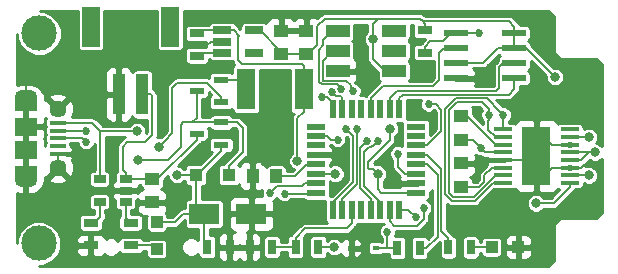
<source format=gtl>
G04 #@! TF.GenerationSoftware,KiCad,Pcbnew,(5.0.0-rc2-dev-444-g2974a2c10)*
G04 #@! TF.CreationDate,2019-10-03T16:28:08-07:00*
G04 #@! TF.ProjectId,StringCar CPy PCB,537472696E6743617220435079205043,v03*
G04 #@! TF.SameCoordinates,Original*
G04 #@! TF.FileFunction,Copper,L1,Top,Signal*
G04 #@! TF.FilePolarity,Positive*
%FSLAX46Y46*%
G04 Gerber Fmt 4.6, Leading zero omitted, Abs format (unit mm)*
G04 Created by KiCad (PCBNEW (5.0.0-rc2-dev-444-g2974a2c10)) date 10/03/19 16:28:08*
%MOMM*%
%LPD*%
G01*
G04 APERTURE LIST*
%ADD10R,2.000000X0.600000*%
%ADD11C,3.000000*%
%ADD12R,0.550000X1.600000*%
%ADD13R,1.600000X0.550000*%
%ADD14R,1.000000X1.250000*%
%ADD15R,1.250000X1.000000*%
%ADD16R,0.700000X1.300000*%
%ADD17R,1.300000X0.700000*%
%ADD18R,1.900000X1.500000*%
%ADD19C,1.450000*%
%ADD20R,1.350000X0.400000*%
%ADD21O,1.900000X1.200000*%
%ADD22R,1.900000X1.200000*%
%ADD23R,1.500000X3.400000*%
%ADD24R,1.000000X3.500000*%
%ADD25R,2.000000X1.100000*%
%ADD26R,1.060000X0.650000*%
%ADD27R,1.560000X0.650000*%
%ADD28R,1.100000X1.100000*%
%ADD29R,1.000000X1.000000*%
%ADD30R,2.500000X1.800000*%
%ADD31R,1.600000X3.500000*%
%ADD32R,1.300000X0.600000*%
%ADD33R,0.600000X0.450000*%
%ADD34R,1.600000X0.300000*%
%ADD35R,2.460000X5.000000*%
%ADD36C,0.330000*%
%ADD37C,0.685800*%
%ADD38C,0.812800*%
%ADD39C,0.203200*%
%ADD40C,0.152400*%
%ADD41C,0.254000*%
G04 APERTURE END LIST*
D10*
X131850000Y-99035000D03*
X136750000Y-96495000D03*
X136750000Y-97765000D03*
X136750000Y-99035000D03*
X136750000Y-100305000D03*
X131850000Y-100305000D03*
X131850000Y-97765000D03*
X131850000Y-96495000D03*
D11*
X96500000Y-114300000D03*
D12*
X121400000Y-111450000D03*
X122200000Y-111450000D03*
X123000000Y-111450000D03*
X123800000Y-111450000D03*
X124600000Y-111450000D03*
X125400000Y-111450000D03*
X126200000Y-111450000D03*
X127000000Y-111450000D03*
D13*
X128450000Y-110000000D03*
X128450000Y-109200000D03*
X128450000Y-108400000D03*
X128450000Y-107600000D03*
X128450000Y-106800000D03*
X128450000Y-106000000D03*
X128450000Y-105200000D03*
X128450000Y-104400000D03*
D12*
X127000000Y-102950000D03*
X126200000Y-102950000D03*
X125400000Y-102950000D03*
X124600000Y-102950000D03*
X123800000Y-102950000D03*
X123000000Y-102950000D03*
X122200000Y-102950000D03*
X121400000Y-102950000D03*
D13*
X119950000Y-104400000D03*
X119950000Y-105200000D03*
X119950000Y-106000000D03*
X119950000Y-106800000D03*
X119950000Y-107600000D03*
X119950000Y-108400000D03*
X119950000Y-109200000D03*
X119950000Y-110000000D03*
D14*
X116600000Y-108600000D03*
X114600000Y-108600000D03*
D15*
X132234961Y-103517179D03*
X132234961Y-105517179D03*
D16*
X131177141Y-114636064D03*
X133077141Y-114636064D03*
D17*
X129200000Y-96250000D03*
X129200000Y-98150000D03*
D15*
X132234961Y-109517179D03*
X132234961Y-107517179D03*
X117008814Y-96294058D03*
X117008814Y-98294058D03*
D17*
X104272016Y-114450000D03*
X104272016Y-112550000D03*
X109900000Y-98410000D03*
X109900000Y-96510000D03*
D16*
X118250000Y-114600000D03*
X120150000Y-114600000D03*
D15*
X119152148Y-96294058D03*
X119152148Y-98294058D03*
X106100000Y-108821323D03*
X106100000Y-110821323D03*
D18*
X95408000Y-106410000D03*
D19*
X98108000Y-102910000D03*
D20*
X98108000Y-104760000D03*
X98108000Y-104110000D03*
X98108000Y-106710000D03*
X98108000Y-106060000D03*
X98108000Y-105410000D03*
D19*
X98108000Y-107910000D03*
D18*
X95408000Y-104410000D03*
D21*
X95408000Y-101910000D03*
X95408000Y-108910000D03*
D22*
X95408000Y-108310000D03*
X95408000Y-102510000D03*
D23*
X100917000Y-95931000D03*
X107617000Y-95931000D03*
D24*
X103267000Y-101681000D03*
X105267000Y-101681000D03*
D25*
X126600000Y-96300000D03*
X126600000Y-98000000D03*
X126600000Y-99700000D03*
X121800000Y-99700000D03*
X121800000Y-98000000D03*
X121800000Y-96300000D03*
D17*
X100900000Y-114450000D03*
X100900000Y-112550000D03*
D16*
X116250000Y-114600000D03*
X114350000Y-114600000D03*
D26*
X101646033Y-110771323D03*
X101646033Y-108871323D03*
X103846033Y-108871323D03*
X103846033Y-109821323D03*
X103846033Y-110771323D03*
D27*
X114728333Y-96260000D03*
X114728333Y-98160000D03*
X112028333Y-98160000D03*
X112028333Y-97210000D03*
X112028333Y-96260000D03*
D28*
X112600000Y-108500000D03*
X109800000Y-108500000D03*
D29*
X134834941Y-114600000D03*
X137095541Y-114600000D03*
X106500000Y-114768400D03*
X106500000Y-112507800D03*
D30*
X114500000Y-111800000D03*
X110500000Y-111800000D03*
D31*
X114060000Y-101200000D03*
X118940000Y-101200000D03*
D32*
X111950000Y-105950000D03*
X111950000Y-104050000D03*
X109850000Y-105000000D03*
X109850000Y-101400000D03*
X111950000Y-100450000D03*
X111950000Y-102350000D03*
D16*
X126850000Y-114700000D03*
X128750000Y-114700000D03*
X110750000Y-114600000D03*
X112650000Y-114600000D03*
D33*
X122950000Y-114700000D03*
X125050000Y-114700000D03*
D11*
X96540000Y-96510000D03*
D34*
X141434961Y-109192179D03*
D35*
X138634961Y-106917179D03*
D36*
X137884961Y-106917179D03*
X137884961Y-105417179D03*
X139384961Y-106917179D03*
X139384961Y-105417179D03*
D34*
X135834961Y-109192179D03*
D36*
X137884961Y-108417179D03*
X139384961Y-108417179D03*
D34*
X141434961Y-108542179D03*
X141434961Y-107892179D03*
X141434961Y-107242179D03*
X141434961Y-106592179D03*
X141434961Y-105942179D03*
X141434961Y-105292179D03*
X141434961Y-104642179D03*
X135834961Y-104642179D03*
X135834961Y-105292179D03*
X135834961Y-105942179D03*
X135834961Y-106592179D03*
X135834961Y-107242179D03*
X135834961Y-107892179D03*
X135834961Y-108542179D03*
D37*
X99000000Y-111600000D03*
X142000000Y-100100000D03*
X137884961Y-105417179D03*
X139384961Y-105417179D03*
X137884961Y-106917179D03*
X139384961Y-106917179D03*
X137884961Y-108417179D03*
X139384961Y-108417179D03*
X122000000Y-107000000D03*
X115600000Y-107400000D03*
X123600000Y-96400000D03*
X105000000Y-96000000D03*
X134000000Y-113200000D03*
X125900000Y-107300000D03*
X134600000Y-100300000D03*
X143200000Y-111600000D03*
X109600000Y-95200000D03*
X121400000Y-109600000D03*
X128090000Y-97100000D03*
X128500000Y-103200000D03*
X133500000Y-103100000D03*
D38*
X124800000Y-97000000D03*
X125200000Y-108400000D03*
X121600000Y-108400000D03*
X140200000Y-100200000D03*
X138600000Y-110900000D03*
X126200000Y-104600000D03*
D37*
X129500000Y-102500000D03*
X133800000Y-96500000D03*
X100500000Y-105700000D03*
X120500000Y-101900000D03*
X100500000Y-104800000D03*
X121300000Y-101500000D03*
D38*
X104800000Y-104800000D03*
X108200000Y-108500000D03*
D37*
X126000000Y-113300000D03*
D38*
X143092179Y-105292179D03*
X143057821Y-108542179D03*
X143600000Y-106592179D03*
D37*
X117300000Y-110100000D03*
X116100000Y-110000000D03*
X121800000Y-105500000D03*
D38*
X118400000Y-107300000D03*
D37*
X133900000Y-106200000D03*
D38*
X121500000Y-114600000D03*
X106700000Y-106100000D03*
X104900000Y-107200000D03*
D37*
X126900000Y-106699996D03*
X125200000Y-105600000D03*
X124300000Y-105600000D03*
X123400000Y-104600000D03*
X123100000Y-101400000D03*
X122500000Y-104600000D03*
X122100000Y-101200000D03*
X129100000Y-111300000D03*
X135834961Y-103403895D03*
X128400000Y-112100000D03*
X134600000Y-103400000D03*
D39*
X142438161Y-107892179D02*
X142730340Y-107600000D01*
X141434961Y-107892179D02*
X142438161Y-107892179D01*
X142730340Y-107600000D02*
X143000000Y-107600000D01*
X128450000Y-109200000D02*
X127446800Y-109200000D01*
X119285000Y-96260000D02*
X119160000Y-96260000D01*
X95408000Y-104410000D02*
X95408000Y-101910000D01*
X98108000Y-107910000D02*
X98108000Y-106710000D01*
X98990000Y-106710000D02*
X98108000Y-106710000D01*
X95408000Y-101106800D02*
X95400000Y-101098800D01*
X95408000Y-101910000D02*
X95408000Y-101106800D01*
X95400000Y-101098800D02*
X95400000Y-100800000D01*
X111045133Y-97210000D02*
X110755133Y-97500000D01*
X112028333Y-97210000D02*
X111045133Y-97210000D01*
X110755133Y-97500000D02*
X109100000Y-97500000D01*
X109100000Y-97500000D02*
X107600000Y-99000000D01*
X107600000Y-99000000D02*
X103900000Y-99000000D01*
X103267000Y-99633000D02*
X103267000Y-101681000D01*
X103900000Y-99000000D02*
X103267000Y-99633000D01*
X139909961Y-107892179D02*
X139384961Y-108417179D01*
X141434961Y-107892179D02*
X139909961Y-107892179D01*
X139909961Y-105942179D02*
X139384961Y-105417179D01*
X141434961Y-105942179D02*
X139909961Y-105942179D01*
X137559961Y-107242179D02*
X137884961Y-106917179D01*
X135834961Y-107242179D02*
X137559961Y-107242179D01*
X126600000Y-99700000D02*
X125800000Y-99700000D01*
X125800000Y-99700000D02*
X124800000Y-98700000D01*
X124800000Y-98700000D02*
X124800000Y-97000000D01*
X136765000Y-96495000D02*
X136765000Y-97765000D01*
X132285000Y-99035000D02*
X132320000Y-99000000D01*
X131835000Y-99035000D02*
X132285000Y-99035000D01*
X132320000Y-99000000D02*
X134100000Y-99000000D01*
X135335000Y-97765000D02*
X136765000Y-97765000D01*
X134100000Y-99000000D02*
X135335000Y-97765000D01*
X129200000Y-96250000D02*
X129200000Y-95696800D01*
X119950000Y-108400000D02*
X121600000Y-108400000D01*
X136765000Y-97765000D02*
X137768200Y-97765000D01*
X141434961Y-109545379D02*
X140080340Y-110900000D01*
X141434961Y-109192179D02*
X141434961Y-109545379D01*
X140080340Y-110900000D02*
X138600000Y-110900000D01*
X138600000Y-110900000D02*
X138600000Y-110900000D01*
X136323200Y-95500000D02*
X129003200Y-95500000D01*
X136765000Y-95941800D02*
X136323200Y-95500000D01*
X136765000Y-96495000D02*
X136765000Y-95941800D01*
X129200000Y-95696800D02*
X129003200Y-95500000D01*
X129003200Y-95500000D02*
X128803200Y-95300000D01*
X124800000Y-95700000D02*
X125200000Y-95300000D01*
X124800000Y-97000000D02*
X124800000Y-95700000D01*
X128803200Y-95300000D02*
X125200000Y-95300000D01*
X117008814Y-98085481D02*
X117008814Y-98294058D01*
X115183333Y-96260000D02*
X117008814Y-98085481D01*
X114728333Y-96260000D02*
X115183333Y-96260000D01*
X117008814Y-98294058D02*
X119152148Y-98294058D01*
X120701358Y-95300000D02*
X121300000Y-95300000D01*
X120081949Y-95919409D02*
X120701358Y-95300000D01*
X120081949Y-97489257D02*
X120081949Y-95919409D01*
X119277148Y-98294058D02*
X120081949Y-97489257D01*
X119152148Y-98294058D02*
X119277148Y-98294058D01*
X125200000Y-95300000D02*
X121300000Y-95300000D01*
X128450000Y-110000000D02*
X125500000Y-110000000D01*
X125200000Y-109700000D02*
X125200000Y-108400000D01*
X125500000Y-110000000D02*
X125200000Y-109700000D01*
X126200000Y-105558598D02*
X126200000Y-104600000D01*
X124390630Y-107367968D02*
X126200000Y-105558598D01*
X124390630Y-107890630D02*
X124390630Y-107367968D01*
X124493601Y-107993601D02*
X124390630Y-107890630D01*
X125200000Y-108400000D02*
X124793601Y-107993601D01*
X124793601Y-107993601D02*
X124493601Y-107993601D01*
X137768200Y-97768200D02*
X140200000Y-100200000D01*
X137768200Y-97765000D02*
X137768200Y-97768200D01*
D40*
X119172078Y-107600000D02*
X119950000Y-107600000D01*
X118172078Y-108600000D02*
X119172078Y-107600000D01*
X116600000Y-108600000D02*
X118172078Y-108600000D01*
X131385000Y-96495000D02*
X131835000Y-96495000D01*
X130680000Y-97200000D02*
X131385000Y-96495000D01*
X129647600Y-97200000D02*
X130680000Y-97200000D01*
X129200000Y-97647600D02*
X129647600Y-97200000D01*
X129200000Y-98150000D02*
X129200000Y-97647600D01*
X129500000Y-102500000D02*
X129500000Y-102500000D01*
X132787400Y-96495000D02*
X132792400Y-96500000D01*
X131835000Y-96495000D02*
X132787400Y-96495000D01*
X132792400Y-96500000D02*
X133800000Y-96500000D01*
X133800000Y-96500000D02*
X133800000Y-96500000D01*
X130100000Y-102500000D02*
X129500000Y-102500000D01*
X130590381Y-102990381D02*
X130100000Y-102500000D01*
X130590381Y-104812019D02*
X130590381Y-102990381D01*
X128450000Y-106000000D02*
X129402400Y-106000000D01*
X129402400Y-106000000D02*
X130590381Y-104812019D01*
X98160899Y-105357101D02*
X98108000Y-105410000D01*
X100157101Y-105357101D02*
X98160899Y-105357101D01*
X100500000Y-105700000D02*
X100157101Y-105357101D01*
X120875000Y-101900000D02*
X120500000Y-101900000D01*
X121400000Y-102425000D02*
X120875000Y-101900000D01*
X121400000Y-102950000D02*
X121400000Y-102425000D01*
X98148000Y-104800000D02*
X98108000Y-104760000D01*
X100500000Y-104800000D02*
X98148000Y-104800000D01*
X122200000Y-102950000D02*
X122200000Y-102300000D01*
X121642899Y-101842899D02*
X121300000Y-101500000D01*
X122045299Y-101842899D02*
X121642899Y-101842899D01*
X122200000Y-101997600D02*
X122045299Y-101842899D01*
X122200000Y-102950000D02*
X122200000Y-101997600D01*
X130835000Y-97765000D02*
X131835000Y-97765000D01*
X124600000Y-101997600D02*
X125597600Y-101000000D01*
X124600000Y-102950000D02*
X124600000Y-101997600D01*
X125597600Y-101000000D02*
X129900000Y-101000000D01*
X129900000Y-101000000D02*
X130400000Y-100500000D01*
X130400000Y-100500000D02*
X130400000Y-98200000D01*
X130400000Y-98200000D02*
X130835000Y-97765000D01*
X135812600Y-99035000D02*
X136765000Y-99035000D01*
X126200000Y-102950000D02*
X126200000Y-101997600D01*
X126200000Y-101997600D02*
X126812028Y-101385572D01*
X126812028Y-101385572D02*
X135214429Y-101385571D01*
X135214429Y-101385571D02*
X135500000Y-101100000D01*
X135500000Y-101100000D02*
X135500000Y-99347600D01*
X135500000Y-99347600D02*
X135812600Y-99035000D01*
X136765000Y-101207400D02*
X136765000Y-100705000D01*
X136282019Y-101690381D02*
X136765000Y-101207400D01*
X127307219Y-101690381D02*
X136282019Y-101690381D01*
X127000000Y-101997600D02*
X127307219Y-101690381D01*
X127000000Y-102950000D02*
X127000000Y-101997600D01*
X136765000Y-100705000D02*
X136765000Y-100305000D01*
D39*
X106050000Y-108871323D02*
X106100000Y-108821323D01*
X103846033Y-108871323D02*
X106050000Y-108871323D01*
X105970200Y-101681000D02*
X105267000Y-101681000D01*
X106100000Y-101810800D02*
X105970200Y-101681000D01*
X109850000Y-105503200D02*
X109850000Y-105000000D01*
X106531877Y-108821323D02*
X109850000Y-105503200D01*
X106100000Y-108821323D02*
X106531877Y-108821323D01*
X103846033Y-108343123D02*
X103600000Y-108097090D01*
X103846033Y-108871323D02*
X103846033Y-108343123D01*
X103600000Y-108097090D02*
X103600000Y-106100000D01*
X103600000Y-106100000D02*
X104000000Y-105700000D01*
X106100000Y-105100000D02*
X106100000Y-105000000D01*
X105500000Y-105700000D02*
X106100000Y-105100000D01*
X104000000Y-105700000D02*
X105500000Y-105700000D01*
X106100000Y-105000000D02*
X106100000Y-101810800D01*
X109903200Y-108500000D02*
X109800000Y-108500000D01*
X111950000Y-106453200D02*
X109903200Y-108500000D01*
X111950000Y-105950000D02*
X111950000Y-106453200D01*
X109800000Y-111100000D02*
X110500000Y-111800000D01*
X109800000Y-108500000D02*
X109800000Y-111100000D01*
X109800000Y-108500000D02*
X109046800Y-108500000D01*
X100100000Y-104110000D02*
X98108000Y-104110000D01*
X98108000Y-104110000D02*
X100768598Y-104110000D01*
X101700000Y-104800000D02*
X104800000Y-104800000D01*
X98108000Y-104110000D02*
X101010000Y-104110000D01*
X101010000Y-104110000D02*
X101700000Y-104800000D01*
X101700000Y-108289156D02*
X101700000Y-104800000D01*
X101646033Y-108343123D02*
X101700000Y-108289156D01*
X101646033Y-108871323D02*
X101646033Y-108343123D01*
X108200000Y-108500000D02*
X109800000Y-108500000D01*
X110500000Y-111800000D02*
X108700000Y-111800000D01*
X107992200Y-112507800D02*
X106500000Y-112507800D01*
X108700000Y-111800000D02*
X107992200Y-112507800D01*
X110500000Y-114350000D02*
X110750000Y-114600000D01*
X110500000Y-111800000D02*
X110500000Y-114350000D01*
D40*
X110150000Y-98160000D02*
X109900000Y-98410000D01*
X112028333Y-98160000D02*
X110150000Y-98160000D01*
X135184961Y-105942179D02*
X135834961Y-105942179D01*
X132759961Y-103517179D02*
X135184961Y-105942179D01*
X132234961Y-103517179D02*
X132759961Y-103517179D01*
X134882561Y-107892179D02*
X135834961Y-107892179D01*
X133778895Y-109517179D02*
X134230151Y-109065923D01*
X132234961Y-109517179D02*
X133778895Y-109517179D01*
X134230151Y-108544589D02*
X134882561Y-107892179D01*
X134230151Y-109065923D02*
X134230151Y-108544589D01*
X125050000Y-114700000D02*
X125502400Y-114700000D01*
X126000000Y-114700000D02*
X126000000Y-113300000D01*
X126000000Y-114700000D02*
X126850000Y-114700000D01*
X125502400Y-114700000D02*
X126000000Y-114700000D01*
X126000000Y-113300000D02*
X126000000Y-113300000D01*
D39*
X141434961Y-108542179D02*
X143057821Y-108542179D01*
X143057821Y-108542179D02*
X143057821Y-108542179D01*
X141434961Y-105292179D02*
X143092179Y-105292179D01*
X143092179Y-105292179D02*
X143092179Y-105292179D01*
X141434961Y-106592179D02*
X143092179Y-106592179D01*
X143092179Y-106592179D02*
X143092179Y-106592179D01*
X142442179Y-107242179D02*
X143092179Y-106592179D01*
X141434961Y-107242179D02*
X142442179Y-107242179D01*
X143092179Y-106592179D02*
X143600000Y-106592179D01*
D40*
X134798877Y-114636064D02*
X134834941Y-114600000D01*
X133077141Y-114636064D02*
X134798877Y-114636064D01*
X106181600Y-114450000D02*
X106500000Y-114768400D01*
X104272016Y-114450000D02*
X106181600Y-114450000D01*
X103846033Y-112124017D02*
X104272016Y-112550000D01*
X103846033Y-110771323D02*
X103846033Y-112124017D01*
X101200000Y-112550000D02*
X100900000Y-112550000D01*
X101702400Y-112047600D02*
X101200000Y-112550000D01*
X101702400Y-111860334D02*
X101702400Y-112047600D01*
X101646033Y-111803967D02*
X101702400Y-111860334D01*
X101646033Y-110771323D02*
X101646033Y-111803967D01*
X119850000Y-110100000D02*
X119950000Y-110000000D01*
X117300000Y-110100000D02*
X119850000Y-110100000D01*
X119950000Y-109200000D02*
X119263518Y-109200000D01*
X118997600Y-109200000D02*
X119950000Y-109200000D01*
X118743999Y-109453601D02*
X118997600Y-109200000D01*
X116100000Y-110000000D02*
X116646399Y-109453601D01*
X116646399Y-109453601D02*
X118743999Y-109453601D01*
X119950000Y-105200000D02*
X120902400Y-105200000D01*
X121202400Y-105500000D02*
X121800000Y-105500000D01*
X120902400Y-105200000D02*
X121202400Y-105500000D01*
D39*
X118940000Y-101200000D02*
X118940000Y-103160000D01*
X118400000Y-103700000D02*
X118400000Y-107300000D01*
X118400000Y-107300000D02*
X118400000Y-107300000D01*
X133217179Y-105517179D02*
X133900000Y-106200000D01*
X132234961Y-105517179D02*
X133217179Y-105517179D01*
X134292179Y-106592179D02*
X133900000Y-106200000D01*
X135834961Y-106592179D02*
X134292179Y-106592179D01*
X120150000Y-114600000D02*
X121500000Y-114600000D01*
X121500000Y-114600000D02*
X121500000Y-114600000D01*
X118400000Y-103700000D02*
X118940000Y-103160000D01*
X110150000Y-96260000D02*
X109900000Y-96510000D01*
X112028333Y-96260000D02*
X110150000Y-96260000D01*
X113011533Y-96260000D02*
X112028333Y-96260000D01*
X113451533Y-96700000D02*
X113011533Y-96260000D01*
X118940000Y-101200000D02*
X118940000Y-99246800D01*
X118940000Y-99246800D02*
X118793200Y-99100000D01*
X118793200Y-99100000D02*
X113700000Y-99100000D01*
X113700000Y-99100000D02*
X113400000Y-98800000D01*
X113400000Y-98800000D02*
X113400000Y-96751533D01*
X113400000Y-96751533D02*
X113451533Y-96700000D01*
D40*
X111950000Y-101897600D02*
X111950000Y-102350000D01*
X107174736Y-105600000D02*
X107800000Y-104974736D01*
X107800000Y-104974736D02*
X107800000Y-101100000D01*
X107800000Y-101100000D02*
X108200000Y-100700000D01*
X108200000Y-100700000D02*
X110752400Y-100700000D01*
X110752400Y-100700000D02*
X111950000Y-101897600D01*
X107106399Y-105668337D02*
X107800000Y-104974736D01*
X107106399Y-105693601D02*
X107106399Y-105668337D01*
X106700000Y-106100000D02*
X107106399Y-105693601D01*
D39*
X113750000Y-105503200D02*
X113750000Y-105000000D01*
X113750000Y-106596800D02*
X113750000Y-105503200D01*
X112600000Y-107746800D02*
X113750000Y-106596800D01*
X112600000Y-108500000D02*
X112600000Y-107746800D01*
X112803200Y-104050000D02*
X111950000Y-104050000D01*
X113303200Y-104050000D02*
X112803200Y-104050000D01*
X113750000Y-104496800D02*
X113303200Y-104050000D01*
X113750000Y-105000000D02*
X113750000Y-104496800D01*
X111950000Y-104050000D02*
X111600000Y-104050000D01*
X111950000Y-104050000D02*
X110550000Y-104050000D01*
X109850000Y-101903200D02*
X109850000Y-101400000D01*
X104900000Y-107200000D02*
X107400000Y-107200000D01*
X107400000Y-107200000D02*
X108500000Y-106100000D01*
X108500000Y-106100000D02*
X108500000Y-104238829D01*
X108500000Y-104238829D02*
X108688829Y-104050000D01*
X109850000Y-103700000D02*
X109500000Y-104050000D01*
X109850000Y-101400000D02*
X109850000Y-103700000D01*
X108688829Y-104050000D02*
X109500000Y-104050000D01*
X109500000Y-104050000D02*
X111950000Y-104050000D01*
X113310000Y-100450000D02*
X114060000Y-101200000D01*
X111950000Y-100450000D02*
X113310000Y-100450000D01*
D40*
X126900000Y-107184929D02*
X126900000Y-106699996D01*
X127497600Y-108400000D02*
X126900000Y-107802400D01*
X126900000Y-107802400D02*
X126900000Y-107184929D01*
X128450000Y-108400000D02*
X127497600Y-108400000D01*
X125400000Y-110800000D02*
X124009620Y-109409620D01*
X125400000Y-111450000D02*
X125400000Y-110800000D01*
X124009620Y-109409620D02*
X124009620Y-106590380D01*
X124857101Y-105942899D02*
X125200000Y-105600000D01*
X124628499Y-106171501D02*
X124857101Y-105942899D01*
X124428499Y-106171501D02*
X124628499Y-106171501D01*
X124009620Y-106590380D02*
X124428499Y-106171501D01*
X123957101Y-105942899D02*
X124300000Y-105600000D01*
X123704810Y-106195190D02*
X123957101Y-105942899D01*
X123704810Y-109602410D02*
X123704810Y-106195190D01*
X124600000Y-110497600D02*
X123704810Y-109602410D01*
X124600000Y-111450000D02*
X124600000Y-110497600D01*
X121350000Y-98000000D02*
X121800000Y-98000000D01*
X120520599Y-98829401D02*
X121350000Y-98000000D01*
X120576479Y-100529401D02*
X120520599Y-100473521D01*
X122514334Y-100529401D02*
X120576479Y-100529401D01*
X122900000Y-100915067D02*
X122514334Y-100529401D01*
X120520599Y-100473521D02*
X120520599Y-98829401D01*
X122900000Y-101400000D02*
X122900000Y-100915067D01*
X123400000Y-108700000D02*
X123400000Y-104600000D01*
X123400000Y-109297600D02*
X123400000Y-108700000D01*
X122200000Y-110497600D02*
X123400000Y-109297600D01*
X122200000Y-111450000D02*
X122200000Y-110497600D01*
X121350000Y-96300000D02*
X121800000Y-96300000D01*
X120571399Y-97078601D02*
X121350000Y-96300000D01*
X120571399Y-97538635D02*
X120571399Y-97078601D01*
X120215789Y-97894245D02*
X120571399Y-97538635D01*
X120215789Y-100615789D02*
X120215789Y-97894245D01*
X120434211Y-100834211D02*
X120215789Y-100615789D01*
X121734211Y-100834211D02*
X120434211Y-100834211D01*
X122100000Y-101200000D02*
X121734211Y-100834211D01*
X122842899Y-104942899D02*
X122500000Y-104600000D01*
X122922301Y-105022301D02*
X122842899Y-104942899D01*
X121400000Y-110800000D02*
X123095190Y-109104810D01*
X121400000Y-111450000D02*
X121400000Y-110800000D01*
X123095190Y-105195190D02*
X122500000Y-104600000D01*
X123095190Y-109104810D02*
X123095190Y-105195190D01*
X131177141Y-113833664D02*
X131177141Y-114636064D01*
X130590381Y-113246904D02*
X131177141Y-113833664D01*
X130590381Y-107987982D02*
X130590381Y-113246904D01*
X129402400Y-106800000D02*
X130590381Y-107987982D01*
X128450000Y-106800000D02*
X129402400Y-106800000D01*
X129300000Y-114700000D02*
X128750000Y-114700000D01*
X130285571Y-113714429D02*
X129300000Y-114700000D01*
X130285571Y-108483171D02*
X130285571Y-113714429D01*
X128450000Y-107600000D02*
X129402400Y-107600000D01*
X129402400Y-107600000D02*
X130285571Y-108483171D01*
X116250000Y-114600000D02*
X118250000Y-114600000D01*
X118250000Y-113797600D02*
X119017600Y-113030000D01*
X118250000Y-114600000D02*
X118250000Y-113797600D01*
X119017600Y-113030000D02*
X122555000Y-113030000D01*
X123000000Y-112585000D02*
X123000000Y-111450000D01*
X122555000Y-113030000D02*
X123000000Y-112585000D01*
X126200000Y-112402400D02*
X126597600Y-112800000D01*
X126200000Y-111450000D02*
X126200000Y-112402400D01*
X129100000Y-111784933D02*
X129100000Y-111300000D01*
X129100000Y-112245822D02*
X129100000Y-111784933D01*
X128545822Y-112800000D02*
X129100000Y-112245822D01*
X126597600Y-112800000D02*
X128545822Y-112800000D01*
X135834961Y-104339779D02*
X135834961Y-104642179D01*
X135834961Y-103403895D02*
X135834961Y-104339779D01*
X134426257Y-101995191D02*
X135834961Y-103403895D01*
X135492062Y-103060996D02*
X135834961Y-103403895D01*
X131789402Y-101995190D02*
X134426256Y-101995190D01*
X130895191Y-102889401D02*
X131789402Y-101995190D01*
X130895190Y-110144956D02*
X130895191Y-102889401D01*
X131455044Y-110704810D02*
X130895190Y-110144956D01*
X133453396Y-110704810D02*
X131455044Y-110704810D01*
X134966027Y-109192179D02*
X133453396Y-110704810D01*
X134426256Y-101995190D02*
X135492062Y-103060996D01*
X135834961Y-109192179D02*
X134966027Y-109192179D01*
X135184961Y-105292179D02*
X134562073Y-104669291D01*
X135834961Y-105292179D02*
X135184961Y-105292179D01*
X127750000Y-111450000D02*
X128400000Y-112100000D01*
X127000000Y-111450000D02*
X127750000Y-111450000D01*
X135834961Y-108542179D02*
X135184961Y-108542179D01*
X134562073Y-103922860D02*
X134562073Y-104669291D01*
X134600000Y-103884933D02*
X134562073Y-103922860D01*
X134600000Y-103400000D02*
X134600000Y-103884933D01*
X134534960Y-109192180D02*
X134600000Y-109127140D01*
X134600000Y-109127140D02*
X134534961Y-109192179D01*
X135184961Y-108542179D02*
X134600000Y-109127140D01*
X134600000Y-103400000D02*
X134600000Y-102915067D01*
X134600000Y-102915067D02*
X133984933Y-102300000D01*
X135184961Y-108542179D02*
X133327140Y-110400000D01*
X131581300Y-110400000D02*
X131200000Y-110018700D01*
X133327140Y-110400000D02*
X131581300Y-110400000D01*
X131915658Y-102300000D02*
X132400000Y-102300000D01*
X131200000Y-103015658D02*
X131915658Y-102300000D01*
X131200000Y-110018700D02*
X131200000Y-103015658D01*
X133984933Y-102300000D02*
X132400000Y-102300000D01*
D41*
G36*
X117751536Y-102950000D02*
X117781106Y-103098659D01*
X117865314Y-103224686D01*
X117991341Y-103308894D01*
X118087923Y-103328105D01*
X118052065Y-103352065D01*
X117945401Y-103511700D01*
X117917483Y-103652054D01*
X117907946Y-103700000D01*
X117917400Y-103747528D01*
X117917401Y-106669048D01*
X117732475Y-106853974D01*
X117612600Y-107143376D01*
X117612600Y-107456624D01*
X117732475Y-107746026D01*
X117953974Y-107967525D01*
X118098224Y-108027276D01*
X117982700Y-108142800D01*
X117488464Y-108142800D01*
X117488464Y-107975000D01*
X117458894Y-107826341D01*
X117374686Y-107700314D01*
X117248659Y-107616106D01*
X117100000Y-107586536D01*
X116100000Y-107586536D01*
X115951341Y-107616106D01*
X115825314Y-107700314D01*
X115741106Y-107826341D01*
X115735000Y-107857038D01*
X115735000Y-107848690D01*
X115638327Y-107615301D01*
X115459698Y-107436673D01*
X115226309Y-107340000D01*
X114885750Y-107340000D01*
X114727000Y-107498750D01*
X114727000Y-108473000D01*
X114747000Y-108473000D01*
X114747000Y-108727000D01*
X114727000Y-108727000D01*
X114727000Y-109701250D01*
X114885750Y-109860000D01*
X115226309Y-109860000D01*
X115405126Y-109785931D01*
X115376100Y-109856007D01*
X115376100Y-110143993D01*
X115426223Y-110265000D01*
X114785750Y-110265000D01*
X114627000Y-110423750D01*
X114627000Y-111673000D01*
X116226250Y-111673000D01*
X116385000Y-111514250D01*
X116385000Y-110773690D01*
X116346747Y-110681338D01*
X116510056Y-110613693D01*
X116665039Y-110458710D01*
X116686307Y-110510056D01*
X116889944Y-110713693D01*
X117156007Y-110823900D01*
X117443993Y-110823900D01*
X117710056Y-110713693D01*
X117866549Y-110557200D01*
X118886560Y-110557200D01*
X119001341Y-110633894D01*
X119150000Y-110663464D01*
X120736536Y-110663464D01*
X120736536Y-112250000D01*
X120766106Y-112398659D01*
X120850314Y-112524686D01*
X120922322Y-112572800D01*
X119062629Y-112572800D01*
X119017599Y-112563843D01*
X118839209Y-112599327D01*
X118687977Y-112700377D01*
X118662470Y-112738551D01*
X117958552Y-113442470D01*
X117920378Y-113467977D01*
X117894871Y-113506151D01*
X117894870Y-113506152D01*
X117851405Y-113571202D01*
X117751341Y-113591106D01*
X117625314Y-113675314D01*
X117541106Y-113801341D01*
X117511536Y-113950000D01*
X117511536Y-114142800D01*
X116988464Y-114142800D01*
X116988464Y-113950000D01*
X116958894Y-113801341D01*
X116874686Y-113675314D01*
X116748659Y-113591106D01*
X116600000Y-113561536D01*
X115900000Y-113561536D01*
X115751341Y-113591106D01*
X115625314Y-113675314D01*
X115541106Y-113801341D01*
X115511536Y-113950000D01*
X115511536Y-115250000D01*
X115541106Y-115398659D01*
X115625314Y-115524686D01*
X115751341Y-115608894D01*
X115900000Y-115638464D01*
X116600000Y-115638464D01*
X116748659Y-115608894D01*
X116874686Y-115524686D01*
X116958894Y-115398659D01*
X116988464Y-115250000D01*
X116988464Y-115057200D01*
X117511536Y-115057200D01*
X117511536Y-115250000D01*
X117541106Y-115398659D01*
X117625314Y-115524686D01*
X117751341Y-115608894D01*
X117900000Y-115638464D01*
X118600000Y-115638464D01*
X118748659Y-115608894D01*
X118874686Y-115524686D01*
X118958894Y-115398659D01*
X118988464Y-115250000D01*
X118988464Y-113950000D01*
X119411536Y-113950000D01*
X119411536Y-115250000D01*
X119441106Y-115398659D01*
X119525314Y-115524686D01*
X119651341Y-115608894D01*
X119800000Y-115638464D01*
X120500000Y-115638464D01*
X120648659Y-115608894D01*
X120774686Y-115524686D01*
X120858894Y-115398659D01*
X120888464Y-115250000D01*
X120888464Y-115102015D01*
X121053974Y-115267525D01*
X121343376Y-115387400D01*
X121656624Y-115387400D01*
X121946026Y-115267525D01*
X122058126Y-115155425D01*
X122111673Y-115284699D01*
X122290302Y-115463327D01*
X122523691Y-115560000D01*
X122664250Y-115560000D01*
X122823000Y-115401250D01*
X122823000Y-114812500D01*
X123077000Y-114812500D01*
X123077000Y-115401250D01*
X123235750Y-115560000D01*
X123376309Y-115560000D01*
X123609698Y-115463327D01*
X123788327Y-115284699D01*
X123885000Y-115051310D01*
X123885000Y-114971250D01*
X123726250Y-114812500D01*
X123077000Y-114812500D01*
X122823000Y-114812500D01*
X122803000Y-114812500D01*
X122803000Y-114587500D01*
X122823000Y-114587500D01*
X122823000Y-113998750D01*
X123077000Y-113998750D01*
X123077000Y-114587500D01*
X123726250Y-114587500D01*
X123885000Y-114428750D01*
X123885000Y-114348690D01*
X123788327Y-114115301D01*
X123609698Y-113936673D01*
X123376309Y-113840000D01*
X123235750Y-113840000D01*
X123077000Y-113998750D01*
X122823000Y-113998750D01*
X122664250Y-113840000D01*
X122523691Y-113840000D01*
X122290302Y-113936673D01*
X122120263Y-114106712D01*
X121946026Y-113932475D01*
X121656624Y-113812600D01*
X121343376Y-113812600D01*
X121053974Y-113932475D01*
X120888464Y-114097985D01*
X120888464Y-113950000D01*
X120858894Y-113801341D01*
X120774686Y-113675314D01*
X120648659Y-113591106D01*
X120500000Y-113561536D01*
X119800000Y-113561536D01*
X119651341Y-113591106D01*
X119525314Y-113675314D01*
X119441106Y-113801341D01*
X119411536Y-113950000D01*
X118988464Y-113950000D01*
X118958894Y-113801341D01*
X118932436Y-113761743D01*
X119206979Y-113487200D01*
X122509970Y-113487200D01*
X122555000Y-113496157D01*
X122600030Y-113487200D01*
X122733391Y-113460673D01*
X122884623Y-113359623D01*
X122910132Y-113321446D01*
X123291449Y-112940130D01*
X123329623Y-112914623D01*
X123430673Y-112763391D01*
X123437635Y-112728390D01*
X123458167Y-112625170D01*
X123525000Y-112638464D01*
X124075000Y-112638464D01*
X124200000Y-112613600D01*
X124325000Y-112638464D01*
X124875000Y-112638464D01*
X125000000Y-112613600D01*
X125125000Y-112638464D01*
X125675000Y-112638464D01*
X125733576Y-112626812D01*
X125589944Y-112686307D01*
X125386307Y-112889944D01*
X125276100Y-113156007D01*
X125276100Y-113443993D01*
X125386307Y-113710056D01*
X125542801Y-113866550D01*
X125542800Y-114145600D01*
X125498659Y-114116106D01*
X125350000Y-114086536D01*
X124750000Y-114086536D01*
X124601341Y-114116106D01*
X124475314Y-114200314D01*
X124391106Y-114326341D01*
X124361536Y-114475000D01*
X124361536Y-114925000D01*
X124391106Y-115073659D01*
X124475314Y-115199686D01*
X124601341Y-115283894D01*
X124750000Y-115313464D01*
X125350000Y-115313464D01*
X125498659Y-115283894D01*
X125624686Y-115199686D01*
X125653074Y-115157200D01*
X125954970Y-115157200D01*
X126000000Y-115166157D01*
X126045030Y-115157200D01*
X126111536Y-115157200D01*
X126111536Y-115350000D01*
X126141106Y-115498659D01*
X126225314Y-115624686D01*
X126351341Y-115708894D01*
X126500000Y-115738464D01*
X127200000Y-115738464D01*
X127348659Y-115708894D01*
X127474686Y-115624686D01*
X127558894Y-115498659D01*
X127588464Y-115350000D01*
X127588464Y-114050000D01*
X127558894Y-113901341D01*
X127474686Y-113775314D01*
X127348659Y-113691106D01*
X127200000Y-113661536D01*
X126633791Y-113661536D01*
X126723900Y-113443993D01*
X126723900Y-113257200D01*
X128500792Y-113257200D01*
X128545822Y-113266157D01*
X128590852Y-113257200D01*
X128724213Y-113230673D01*
X128875445Y-113129623D01*
X128900954Y-113091446D01*
X129391449Y-112600952D01*
X129429623Y-112575445D01*
X129530673Y-112424213D01*
X129541137Y-112371609D01*
X129566157Y-112245823D01*
X129557200Y-112200793D01*
X129557200Y-111866549D01*
X129713693Y-111710056D01*
X129823900Y-111443993D01*
X129823900Y-111156007D01*
X129713693Y-110889944D01*
X129510056Y-110686307D01*
X129388431Y-110635928D01*
X129398659Y-110633894D01*
X129524686Y-110549686D01*
X129608894Y-110423659D01*
X129638464Y-110275000D01*
X129638464Y-109984561D01*
X129788327Y-109834699D01*
X129828371Y-109738024D01*
X129828372Y-113525049D01*
X129456165Y-113897257D01*
X129374686Y-113775314D01*
X129248659Y-113691106D01*
X129100000Y-113661536D01*
X128400000Y-113661536D01*
X128251341Y-113691106D01*
X128125314Y-113775314D01*
X128041106Y-113901341D01*
X128011536Y-114050000D01*
X128011536Y-115350000D01*
X128041106Y-115498659D01*
X128125314Y-115624686D01*
X128251341Y-115708894D01*
X128400000Y-115738464D01*
X129100000Y-115738464D01*
X129248659Y-115708894D01*
X129374686Y-115624686D01*
X129458894Y-115498659D01*
X129488464Y-115350000D01*
X129488464Y-115123942D01*
X129629623Y-115029623D01*
X129655132Y-114991446D01*
X130438677Y-114207902D01*
X130438677Y-115286064D01*
X130468247Y-115434723D01*
X130552455Y-115560750D01*
X130678482Y-115644958D01*
X130827141Y-115674528D01*
X131527141Y-115674528D01*
X131675800Y-115644958D01*
X131801827Y-115560750D01*
X131886035Y-115434723D01*
X131915605Y-115286064D01*
X131915605Y-113986064D01*
X132338677Y-113986064D01*
X132338677Y-115286064D01*
X132368247Y-115434723D01*
X132452455Y-115560750D01*
X132578482Y-115644958D01*
X132727141Y-115674528D01*
X133427141Y-115674528D01*
X133575800Y-115644958D01*
X133701827Y-115560750D01*
X133786035Y-115434723D01*
X133815605Y-115286064D01*
X133815605Y-115093264D01*
X133946477Y-115093264D01*
X133946477Y-115100000D01*
X133976047Y-115248659D01*
X134060255Y-115374686D01*
X134186282Y-115458894D01*
X134334941Y-115488464D01*
X135334941Y-115488464D01*
X135483600Y-115458894D01*
X135609627Y-115374686D01*
X135693835Y-115248659D01*
X135723405Y-115100000D01*
X135723405Y-114885750D01*
X135960541Y-114885750D01*
X135960541Y-115226310D01*
X136057214Y-115459699D01*
X136235843Y-115638327D01*
X136469232Y-115735000D01*
X136809791Y-115735000D01*
X136968541Y-115576250D01*
X136968541Y-114727000D01*
X137222541Y-114727000D01*
X137222541Y-115576250D01*
X137381291Y-115735000D01*
X137721850Y-115735000D01*
X137955239Y-115638327D01*
X138133868Y-115459699D01*
X138230541Y-115226310D01*
X138230541Y-114885750D01*
X138071791Y-114727000D01*
X137222541Y-114727000D01*
X136968541Y-114727000D01*
X136119291Y-114727000D01*
X135960541Y-114885750D01*
X135723405Y-114885750D01*
X135723405Y-114100000D01*
X135698281Y-113973690D01*
X135960541Y-113973690D01*
X135960541Y-114314250D01*
X136119291Y-114473000D01*
X136968541Y-114473000D01*
X136968541Y-113623750D01*
X137222541Y-113623750D01*
X137222541Y-114473000D01*
X138071791Y-114473000D01*
X138230541Y-114314250D01*
X138230541Y-113973690D01*
X138133868Y-113740301D01*
X137955239Y-113561673D01*
X137721850Y-113465000D01*
X137381291Y-113465000D01*
X137222541Y-113623750D01*
X136968541Y-113623750D01*
X136809791Y-113465000D01*
X136469232Y-113465000D01*
X136235843Y-113561673D01*
X136057214Y-113740301D01*
X135960541Y-113973690D01*
X135698281Y-113973690D01*
X135693835Y-113951341D01*
X135609627Y-113825314D01*
X135483600Y-113741106D01*
X135334941Y-113711536D01*
X134334941Y-113711536D01*
X134186282Y-113741106D01*
X134060255Y-113825314D01*
X133976047Y-113951341D01*
X133946477Y-114100000D01*
X133946477Y-114178864D01*
X133815605Y-114178864D01*
X133815605Y-113986064D01*
X133786035Y-113837405D01*
X133701827Y-113711378D01*
X133575800Y-113627170D01*
X133427141Y-113597600D01*
X132727141Y-113597600D01*
X132578482Y-113627170D01*
X132452455Y-113711378D01*
X132368247Y-113837405D01*
X132338677Y-113986064D01*
X131915605Y-113986064D01*
X131886035Y-113837405D01*
X131801827Y-113711378D01*
X131675800Y-113627170D01*
X131575737Y-113607266D01*
X131532271Y-113542215D01*
X131506764Y-113504041D01*
X131468590Y-113478534D01*
X131047581Y-113057526D01*
X131047581Y-110943926D01*
X131099914Y-110996259D01*
X131125421Y-111034433D01*
X131163595Y-111059940D01*
X131276653Y-111135483D01*
X131455043Y-111170967D01*
X131500073Y-111162010D01*
X133408366Y-111162010D01*
X133453396Y-111170967D01*
X133498426Y-111162010D01*
X133631787Y-111135483D01*
X133783019Y-111034433D01*
X133808528Y-110996256D01*
X135074142Y-109730643D01*
X136634961Y-109730643D01*
X136783620Y-109701073D01*
X136824046Y-109674061D01*
X136866634Y-109776877D01*
X137045262Y-109955506D01*
X137278651Y-110052179D01*
X138349211Y-110052179D01*
X138507961Y-109893429D01*
X138507961Y-108944197D01*
X138549774Y-108902384D01*
X138507961Y-108860571D01*
X138507961Y-108824003D01*
X138589962Y-108827417D01*
X138630746Y-108708603D01*
X138679960Y-108827417D01*
X138761961Y-108824003D01*
X138761961Y-108860571D01*
X138720148Y-108902384D01*
X138761961Y-108944197D01*
X138761961Y-109893429D01*
X138920711Y-110052179D01*
X139991271Y-110052179D01*
X140224660Y-109955506D01*
X140403288Y-109776877D01*
X140445876Y-109674061D01*
X140486302Y-109701073D01*
X140578441Y-109719400D01*
X139880442Y-110417400D01*
X139230951Y-110417400D01*
X139046026Y-110232475D01*
X138756624Y-110112600D01*
X138443376Y-110112600D01*
X138153974Y-110232475D01*
X137932475Y-110453974D01*
X137812600Y-110743376D01*
X137812600Y-111056624D01*
X137932475Y-111346026D01*
X138153974Y-111567525D01*
X138443376Y-111687400D01*
X138756624Y-111687400D01*
X139046026Y-111567525D01*
X139230951Y-111382600D01*
X140032812Y-111382600D01*
X140080340Y-111392054D01*
X140127868Y-111382600D01*
X140127869Y-111382600D01*
X140268641Y-111354599D01*
X140428275Y-111247935D01*
X140455202Y-111207636D01*
X141742600Y-109920239D01*
X141782896Y-109893314D01*
X141889560Y-109733680D01*
X141890164Y-109730643D01*
X142234961Y-109730643D01*
X142383620Y-109701073D01*
X142509647Y-109616865D01*
X142593855Y-109490838D01*
X142623425Y-109342179D01*
X142623425Y-109214521D01*
X142901197Y-109329579D01*
X143214445Y-109329579D01*
X143503847Y-109209704D01*
X143725346Y-108988205D01*
X143845221Y-108698803D01*
X143845221Y-108385555D01*
X143725346Y-108096153D01*
X143503847Y-107874654D01*
X143214445Y-107754779D01*
X142901197Y-107754779D01*
X142869961Y-107767717D01*
X142869961Y-107765177D01*
X142763213Y-107765177D01*
X142869961Y-107658429D01*
X142869961Y-107615870D01*
X142835114Y-107531742D01*
X143130563Y-107236293D01*
X143153974Y-107259704D01*
X143443376Y-107379579D01*
X143756624Y-107379579D01*
X144046026Y-107259704D01*
X144145000Y-107160730D01*
X144145000Y-111707394D01*
X143711394Y-112141000D01*
X140716000Y-112141000D01*
X140667399Y-112150667D01*
X140626197Y-112178197D01*
X140118197Y-112686197D01*
X140090667Y-112727399D01*
X140081000Y-112776000D01*
X140081000Y-115771394D01*
X139647394Y-116205000D01*
X96572606Y-116205000D01*
X96548606Y-116181000D01*
X96874154Y-116181000D01*
X97565501Y-115894635D01*
X98094635Y-115365501D01*
X98355486Y-114735750D01*
X99615000Y-114735750D01*
X99615000Y-114926309D01*
X99711673Y-115159698D01*
X99890301Y-115338327D01*
X100123690Y-115435000D01*
X100614250Y-115435000D01*
X100773000Y-115276250D01*
X100773000Y-114577000D01*
X99773750Y-114577000D01*
X99615000Y-114735750D01*
X98355486Y-114735750D01*
X98381000Y-114674154D01*
X98381000Y-113973691D01*
X99615000Y-113973691D01*
X99615000Y-114164250D01*
X99773750Y-114323000D01*
X100773000Y-114323000D01*
X100773000Y-113623750D01*
X101027000Y-113623750D01*
X101027000Y-114323000D01*
X101047000Y-114323000D01*
X101047000Y-114577000D01*
X101027000Y-114577000D01*
X101027000Y-115276250D01*
X101185750Y-115435000D01*
X101676310Y-115435000D01*
X101909699Y-115338327D01*
X102036407Y-115211619D01*
X102129276Y-115304488D01*
X102434704Y-115431000D01*
X102765296Y-115431000D01*
X103070724Y-115304488D01*
X103304488Y-115070724D01*
X103319870Y-115033589D01*
X103347330Y-115074686D01*
X103473357Y-115158894D01*
X103622016Y-115188464D01*
X104922016Y-115188464D01*
X105070675Y-115158894D01*
X105196702Y-115074686D01*
X105280910Y-114948659D01*
X105289157Y-114907200D01*
X105611536Y-114907200D01*
X105611536Y-115268400D01*
X105641106Y-115417059D01*
X105725314Y-115543086D01*
X105851341Y-115627294D01*
X106000000Y-115656864D01*
X107000000Y-115656864D01*
X107148659Y-115627294D01*
X107274686Y-115543086D01*
X107358894Y-115417059D01*
X107388464Y-115268400D01*
X107388464Y-114268400D01*
X107358894Y-114119741D01*
X107274686Y-113993714D01*
X107148659Y-113909506D01*
X107000000Y-113879936D01*
X106000000Y-113879936D01*
X105851341Y-113909506D01*
X105726682Y-113992800D01*
X105289157Y-113992800D01*
X105280910Y-113951341D01*
X105196702Y-113825314D01*
X105070675Y-113741106D01*
X104922016Y-113711536D01*
X103622016Y-113711536D01*
X103473357Y-113741106D01*
X103347330Y-113825314D01*
X103263122Y-113951341D01*
X103240464Y-114065252D01*
X103070724Y-113895512D01*
X102765296Y-113769000D01*
X102434704Y-113769000D01*
X102149199Y-113887260D01*
X102088327Y-113740302D01*
X101909699Y-113561673D01*
X101676310Y-113465000D01*
X101185750Y-113465000D01*
X101027000Y-113623750D01*
X100773000Y-113623750D01*
X100614250Y-113465000D01*
X100123690Y-113465000D01*
X99890301Y-113561673D01*
X99711673Y-113740302D01*
X99615000Y-113973691D01*
X98381000Y-113973691D01*
X98381000Y-113925846D01*
X98094635Y-113234499D01*
X97565501Y-112705365D01*
X96874154Y-112419000D01*
X96125846Y-112419000D01*
X95434499Y-112705365D01*
X94905365Y-113234499D01*
X94619000Y-113925846D01*
X94619000Y-114251394D01*
X94615000Y-114247394D01*
X94615000Y-112200000D01*
X99861536Y-112200000D01*
X99861536Y-112900000D01*
X99891106Y-113048659D01*
X99975314Y-113174686D01*
X100101341Y-113258894D01*
X100250000Y-113288464D01*
X101550000Y-113288464D01*
X101698659Y-113258894D01*
X101824686Y-113174686D01*
X101908894Y-113048659D01*
X101938464Y-112900000D01*
X101938464Y-112458115D01*
X101993849Y-112402730D01*
X102032023Y-112377223D01*
X102133073Y-112225991D01*
X102148599Y-112147934D01*
X102168557Y-112047600D01*
X102159600Y-112002570D01*
X102159600Y-111905364D01*
X102168557Y-111860334D01*
X102159569Y-111815149D01*
X102133073Y-111681943D01*
X102103233Y-111637284D01*
X102103233Y-111484787D01*
X102176033Y-111484787D01*
X102324692Y-111455217D01*
X102450719Y-111371009D01*
X102534927Y-111244982D01*
X102564497Y-111096323D01*
X102564497Y-110446323D01*
X102534927Y-110297664D01*
X102450719Y-110171637D01*
X102324692Y-110087429D01*
X102176033Y-110057859D01*
X101116033Y-110057859D01*
X100967374Y-110087429D01*
X100841347Y-110171637D01*
X100757139Y-110297664D01*
X100727569Y-110446323D01*
X100727569Y-111096323D01*
X100757139Y-111244982D01*
X100841347Y-111371009D01*
X100967374Y-111455217D01*
X101116033Y-111484787D01*
X101188834Y-111484787D01*
X101188834Y-111758933D01*
X101179876Y-111803967D01*
X101181382Y-111811536D01*
X100250000Y-111811536D01*
X100101341Y-111841106D01*
X99975314Y-111925314D01*
X99891106Y-112051341D01*
X99861536Y-112200000D01*
X94615000Y-112200000D01*
X94615000Y-110047657D01*
X94931000Y-110145000D01*
X95281000Y-110145000D01*
X95281000Y-106537000D01*
X95261000Y-106537000D01*
X95261000Y-106283000D01*
X95281000Y-106283000D01*
X95281000Y-104537000D01*
X95261000Y-104537000D01*
X95261000Y-104283000D01*
X95281000Y-104283000D01*
X95281000Y-103018000D01*
X95535000Y-103018000D01*
X95535000Y-104283000D01*
X96834250Y-104283000D01*
X96993000Y-104124250D01*
X96993000Y-103639781D01*
X97130337Y-103677185D01*
X97074106Y-103761341D01*
X97073375Y-103765017D01*
X97039450Y-103798942D01*
X97062118Y-103821610D01*
X97044536Y-103910000D01*
X97044536Y-104310000D01*
X97069400Y-104435000D01*
X97044536Y-104560000D01*
X97044536Y-104960000D01*
X97069400Y-105085000D01*
X97044536Y-105210000D01*
X97044536Y-105610000D01*
X97069400Y-105735000D01*
X97044536Y-105860000D01*
X97044536Y-106000438D01*
X96993000Y-106051974D01*
X96993000Y-105533691D01*
X96941765Y-105410000D01*
X96993000Y-105286309D01*
X96993000Y-104695750D01*
X96834250Y-104537000D01*
X95535000Y-104537000D01*
X95535000Y-106283000D01*
X95555000Y-106283000D01*
X95555000Y-106537000D01*
X95535000Y-106537000D01*
X95535000Y-110145000D01*
X95885000Y-110145000D01*
X96347947Y-110002390D01*
X96721080Y-109693474D01*
X96947592Y-109265281D01*
X96951462Y-109227609D01*
X96928375Y-109192328D01*
X96993000Y-109036309D01*
X96993000Y-108863398D01*
X97334207Y-108863398D01*
X97399122Y-109101753D01*
X97909146Y-109282312D01*
X98449444Y-109253949D01*
X98816878Y-109101753D01*
X98881793Y-108863398D01*
X98108000Y-108089605D01*
X97334207Y-108863398D01*
X96993000Y-108863398D01*
X96993000Y-108639781D01*
X97154602Y-108683793D01*
X97928395Y-107910000D01*
X97914253Y-107895858D01*
X98093858Y-107716253D01*
X98108000Y-107730395D01*
X98122143Y-107716253D01*
X98301748Y-107895858D01*
X98287605Y-107910000D01*
X99061398Y-108683793D01*
X99299753Y-108618878D01*
X99480312Y-108108854D01*
X99451949Y-107568556D01*
X99324743Y-107261452D01*
X99418000Y-107036309D01*
X99418000Y-106968750D01*
X99259250Y-106810000D01*
X98841867Y-106810000D01*
X98816878Y-106718247D01*
X98619762Y-106648464D01*
X98783000Y-106648464D01*
X98931659Y-106618894D01*
X98944970Y-106610000D01*
X99259250Y-106610000D01*
X99418000Y-106451250D01*
X99418000Y-106383691D01*
X99321327Y-106150302D01*
X99171464Y-106000438D01*
X99171464Y-105860000D01*
X99162374Y-105814301D01*
X99776100Y-105814301D01*
X99776100Y-105843993D01*
X99886307Y-106110056D01*
X100089944Y-106313693D01*
X100356007Y-106423900D01*
X100643993Y-106423900D01*
X100910056Y-106313693D01*
X101113693Y-106110056D01*
X101217401Y-105859684D01*
X101217400Y-108115963D01*
X101210741Y-108125929D01*
X101191435Y-108154822D01*
X101190831Y-108157859D01*
X101116033Y-108157859D01*
X100967374Y-108187429D01*
X100841347Y-108271637D01*
X100757139Y-108397664D01*
X100727569Y-108546323D01*
X100727569Y-109196323D01*
X100757139Y-109344982D01*
X100841347Y-109471009D01*
X100967374Y-109555217D01*
X101116033Y-109584787D01*
X102176033Y-109584787D01*
X102324692Y-109555217D01*
X102450719Y-109471009D01*
X102534927Y-109344982D01*
X102564497Y-109196323D01*
X102564497Y-108546323D01*
X102534927Y-108397664D01*
X102450719Y-108271637D01*
X102324692Y-108187429D01*
X102182600Y-108159165D01*
X102182600Y-105282600D01*
X103756027Y-105282600D01*
X103652065Y-105352065D01*
X103625140Y-105392361D01*
X103292361Y-105725141D01*
X103252066Y-105752065D01*
X103166547Y-105880053D01*
X103145402Y-105911699D01*
X103107946Y-106100000D01*
X103117401Y-106147533D01*
X103117400Y-108049562D01*
X103107946Y-108097090D01*
X103117400Y-108144618D01*
X103130779Y-108211881D01*
X103041347Y-108271637D01*
X102957139Y-108397664D01*
X102927569Y-108546323D01*
X102927569Y-108986762D01*
X102777706Y-109136624D01*
X102681033Y-109370013D01*
X102681033Y-109535573D01*
X102839783Y-109694323D01*
X103719033Y-109694323D01*
X103719033Y-109674323D01*
X103973033Y-109674323D01*
X103973033Y-109694323D01*
X104852283Y-109694323D01*
X105011033Y-109535573D01*
X105011033Y-109370013D01*
X105004368Y-109353923D01*
X105093021Y-109353923D01*
X105116106Y-109469982D01*
X105200314Y-109596009D01*
X105326341Y-109680217D01*
X105357038Y-109686323D01*
X105348690Y-109686323D01*
X105115301Y-109782996D01*
X104936673Y-109961625D01*
X104915852Y-110011892D01*
X104852283Y-109948323D01*
X103973033Y-109948323D01*
X103973033Y-109968323D01*
X103719033Y-109968323D01*
X103719033Y-109948323D01*
X102839783Y-109948323D01*
X102681033Y-110107073D01*
X102681033Y-110272633D01*
X102777706Y-110506022D01*
X102927569Y-110655884D01*
X102927569Y-111096323D01*
X102957139Y-111244982D01*
X103041347Y-111371009D01*
X103167374Y-111455217D01*
X103316033Y-111484787D01*
X103388834Y-111484787D01*
X103388834Y-111897582D01*
X103347330Y-111925314D01*
X103263122Y-112051341D01*
X103233552Y-112200000D01*
X103233552Y-112900000D01*
X103263122Y-113048659D01*
X103347330Y-113174686D01*
X103473357Y-113258894D01*
X103622016Y-113288464D01*
X104922016Y-113288464D01*
X105070675Y-113258894D01*
X105196702Y-113174686D01*
X105280910Y-113048659D01*
X105310480Y-112900000D01*
X105310480Y-112200000D01*
X105280910Y-112051341D01*
X105196702Y-111925314D01*
X105070675Y-111841106D01*
X104922016Y-111811536D01*
X104303233Y-111811536D01*
X104303233Y-111484787D01*
X104376033Y-111484787D01*
X104524692Y-111455217D01*
X104650719Y-111371009D01*
X104734927Y-111244982D01*
X104764497Y-111096323D01*
X104764497Y-110655884D01*
X104862404Y-110557977D01*
X104998750Y-110694323D01*
X105973000Y-110694323D01*
X105973000Y-110674323D01*
X106227000Y-110674323D01*
X106227000Y-110694323D01*
X107201250Y-110694323D01*
X107360000Y-110535573D01*
X107360000Y-110195014D01*
X107263327Y-109961625D01*
X107084699Y-109782996D01*
X106851310Y-109686323D01*
X106842962Y-109686323D01*
X106873659Y-109680217D01*
X106999686Y-109596009D01*
X107083894Y-109469982D01*
X107113464Y-109321323D01*
X107113464Y-108922234D01*
X107412600Y-108623098D01*
X107412600Y-108656624D01*
X107532475Y-108946026D01*
X107753974Y-109167525D01*
X108043376Y-109287400D01*
X108356624Y-109287400D01*
X108646026Y-109167525D01*
X108830951Y-108982600D01*
X108861536Y-108982600D01*
X108861536Y-109050000D01*
X108891106Y-109198659D01*
X108975314Y-109324686D01*
X109101341Y-109408894D01*
X109250000Y-109438464D01*
X109317400Y-109438464D01*
X109317401Y-110511536D01*
X109250000Y-110511536D01*
X109101341Y-110541106D01*
X108975314Y-110625314D01*
X108891106Y-110751341D01*
X108861536Y-110900000D01*
X108861536Y-111317400D01*
X108747527Y-111317400D01*
X108699999Y-111307946D01*
X108652471Y-111317400D01*
X108511699Y-111345401D01*
X108352065Y-111452065D01*
X108325140Y-111492361D01*
X107792302Y-112025200D01*
X107388464Y-112025200D01*
X107388464Y-112007800D01*
X107358894Y-111859141D01*
X107274686Y-111733114D01*
X107236649Y-111707699D01*
X107263327Y-111681021D01*
X107360000Y-111447632D01*
X107360000Y-111107073D01*
X107201250Y-110948323D01*
X106227000Y-110948323D01*
X106227000Y-110968323D01*
X105973000Y-110968323D01*
X105973000Y-110948323D01*
X104998750Y-110948323D01*
X104840000Y-111107073D01*
X104840000Y-111447632D01*
X104936673Y-111681021D01*
X105115301Y-111859650D01*
X105348690Y-111956323D01*
X105621775Y-111956323D01*
X105611536Y-112007800D01*
X105611536Y-113007800D01*
X105641106Y-113156459D01*
X105725314Y-113282486D01*
X105851341Y-113366694D01*
X106000000Y-113396264D01*
X107000000Y-113396264D01*
X107148659Y-113366694D01*
X107274686Y-113282486D01*
X107358894Y-113156459D01*
X107388464Y-113007800D01*
X107388464Y-112990400D01*
X107944672Y-112990400D01*
X107992200Y-112999854D01*
X108039728Y-112990400D01*
X108039729Y-112990400D01*
X108180501Y-112962399D01*
X108340135Y-112855735D01*
X108367062Y-112815436D01*
X108861536Y-112320963D01*
X108861536Y-112700000D01*
X108891106Y-112848659D01*
X108975314Y-112974686D01*
X109101341Y-113058894D01*
X109250000Y-113088464D01*
X110017401Y-113088464D01*
X110017401Y-113920515D01*
X110011536Y-113950000D01*
X110011536Y-114036324D01*
X109870724Y-113895512D01*
X109565296Y-113769000D01*
X109234704Y-113769000D01*
X108929276Y-113895512D01*
X108695512Y-114129276D01*
X108569000Y-114434704D01*
X108569000Y-114765296D01*
X108695512Y-115070724D01*
X108929276Y-115304488D01*
X109234704Y-115431000D01*
X109565296Y-115431000D01*
X109870724Y-115304488D01*
X110011536Y-115163676D01*
X110011536Y-115250000D01*
X110041106Y-115398659D01*
X110125314Y-115524686D01*
X110251341Y-115608894D01*
X110400000Y-115638464D01*
X111100000Y-115638464D01*
X111248659Y-115608894D01*
X111374686Y-115524686D01*
X111458894Y-115398659D01*
X111488464Y-115250000D01*
X111488464Y-114885750D01*
X111665000Y-114885750D01*
X111665000Y-115376310D01*
X111761673Y-115609699D01*
X111940302Y-115788327D01*
X112173691Y-115885000D01*
X112364250Y-115885000D01*
X112523000Y-115726250D01*
X112523000Y-114727000D01*
X112777000Y-114727000D01*
X112777000Y-115726250D01*
X112935750Y-115885000D01*
X113126309Y-115885000D01*
X113359698Y-115788327D01*
X113500000Y-115648026D01*
X113640302Y-115788327D01*
X113873691Y-115885000D01*
X114064250Y-115885000D01*
X114223000Y-115726250D01*
X114223000Y-114727000D01*
X114477000Y-114727000D01*
X114477000Y-115726250D01*
X114635750Y-115885000D01*
X114826309Y-115885000D01*
X115059698Y-115788327D01*
X115238327Y-115609699D01*
X115335000Y-115376310D01*
X115335000Y-114885750D01*
X115176250Y-114727000D01*
X114477000Y-114727000D01*
X114223000Y-114727000D01*
X113523750Y-114727000D01*
X113500000Y-114750750D01*
X113476250Y-114727000D01*
X112777000Y-114727000D01*
X112523000Y-114727000D01*
X111823750Y-114727000D01*
X111665000Y-114885750D01*
X111488464Y-114885750D01*
X111488464Y-113950000D01*
X111463340Y-113823690D01*
X111665000Y-113823690D01*
X111665000Y-114314250D01*
X111823750Y-114473000D01*
X112523000Y-114473000D01*
X112523000Y-113473750D01*
X112364250Y-113315000D01*
X112173691Y-113315000D01*
X111940302Y-113411673D01*
X111761673Y-113590301D01*
X111665000Y-113823690D01*
X111463340Y-113823690D01*
X111458894Y-113801341D01*
X111374686Y-113675314D01*
X111248659Y-113591106D01*
X111100000Y-113561536D01*
X110982600Y-113561536D01*
X110982600Y-113088464D01*
X111750000Y-113088464D01*
X111898659Y-113058894D01*
X112024686Y-112974686D01*
X112108894Y-112848659D01*
X112138464Y-112700000D01*
X112138464Y-112085750D01*
X112615000Y-112085750D01*
X112615000Y-112826310D01*
X112711673Y-113059699D01*
X112890302Y-113238327D01*
X113075407Y-113315000D01*
X112935750Y-113315000D01*
X112777000Y-113473750D01*
X112777000Y-114473000D01*
X113476250Y-114473000D01*
X113500000Y-114449250D01*
X113523750Y-114473000D01*
X114223000Y-114473000D01*
X114223000Y-113473750D01*
X114477000Y-113473750D01*
X114477000Y-114473000D01*
X115176250Y-114473000D01*
X115335000Y-114314250D01*
X115335000Y-113823690D01*
X115238327Y-113590301D01*
X115059698Y-113411673D01*
X114874593Y-113335000D01*
X115876309Y-113335000D01*
X116109698Y-113238327D01*
X116288327Y-113059699D01*
X116385000Y-112826310D01*
X116385000Y-112085750D01*
X116226250Y-111927000D01*
X114627000Y-111927000D01*
X114627000Y-113176250D01*
X114765750Y-113315000D01*
X114635750Y-113315000D01*
X114477000Y-113473750D01*
X114223000Y-113473750D01*
X114084250Y-113335000D01*
X114214250Y-113335000D01*
X114373000Y-113176250D01*
X114373000Y-111927000D01*
X112773750Y-111927000D01*
X112615000Y-112085750D01*
X112138464Y-112085750D01*
X112138464Y-110900000D01*
X112113340Y-110773690D01*
X112615000Y-110773690D01*
X112615000Y-111514250D01*
X112773750Y-111673000D01*
X114373000Y-111673000D01*
X114373000Y-110423750D01*
X114214250Y-110265000D01*
X113123691Y-110265000D01*
X112890302Y-110361673D01*
X112711673Y-110540301D01*
X112615000Y-110773690D01*
X112113340Y-110773690D01*
X112108894Y-110751341D01*
X112024686Y-110625314D01*
X111898659Y-110541106D01*
X111750000Y-110511536D01*
X110282600Y-110511536D01*
X110282600Y-109438464D01*
X110350000Y-109438464D01*
X110498659Y-109408894D01*
X110624686Y-109324686D01*
X110708894Y-109198659D01*
X110738464Y-109050000D01*
X110738464Y-108347234D01*
X112257639Y-106828060D01*
X112297935Y-106801135D01*
X112404599Y-106641501D01*
X112405203Y-106638464D01*
X112600000Y-106638464D01*
X112748659Y-106608894D01*
X112874686Y-106524686D01*
X112958894Y-106398659D01*
X112988464Y-106250000D01*
X112988464Y-105650000D01*
X112958894Y-105501341D01*
X112874686Y-105375314D01*
X112748659Y-105291106D01*
X112600000Y-105261536D01*
X111300000Y-105261536D01*
X111151341Y-105291106D01*
X111025314Y-105375314D01*
X110941106Y-105501341D01*
X110911536Y-105650000D01*
X110911536Y-106250000D01*
X110941106Y-106398659D01*
X111025314Y-106524686D01*
X111127642Y-106593059D01*
X110159166Y-107561536D01*
X109250000Y-107561536D01*
X109101341Y-107591106D01*
X108975314Y-107675314D01*
X108891106Y-107801341D01*
X108861536Y-107950000D01*
X108861536Y-108017400D01*
X108830951Y-108017400D01*
X108646026Y-107832475D01*
X108356624Y-107712600D01*
X108323099Y-107712600D01*
X110157643Y-105878057D01*
X110197935Y-105851135D01*
X110240272Y-105787774D01*
X110304599Y-105691501D01*
X110305203Y-105688464D01*
X110500000Y-105688464D01*
X110648659Y-105658894D01*
X110774686Y-105574686D01*
X110858894Y-105448659D01*
X110888464Y-105300000D01*
X110888464Y-104700000D01*
X110858894Y-104551341D01*
X110846372Y-104532600D01*
X110963785Y-104532600D01*
X111025314Y-104624686D01*
X111151341Y-104708894D01*
X111300000Y-104738464D01*
X112600000Y-104738464D01*
X112748659Y-104708894D01*
X112874686Y-104624686D01*
X112936215Y-104532600D01*
X113103301Y-104532600D01*
X113267401Y-104696700D01*
X113267400Y-105047528D01*
X113267401Y-105047532D01*
X113267400Y-105550728D01*
X113267401Y-105550733D01*
X113267400Y-106396900D01*
X112292361Y-107371940D01*
X112252066Y-107398865D01*
X112158429Y-107539003D01*
X112145402Y-107558499D01*
X112144798Y-107561536D01*
X112050000Y-107561536D01*
X111901341Y-107591106D01*
X111775314Y-107675314D01*
X111691106Y-107801341D01*
X111661536Y-107950000D01*
X111661536Y-109050000D01*
X111691106Y-109198659D01*
X111775314Y-109324686D01*
X111901341Y-109408894D01*
X112050000Y-109438464D01*
X113150000Y-109438464D01*
X113298659Y-109408894D01*
X113424686Y-109324686D01*
X113465000Y-109264351D01*
X113465000Y-109351310D01*
X113561673Y-109584699D01*
X113740302Y-109763327D01*
X113973691Y-109860000D01*
X114314250Y-109860000D01*
X114473000Y-109701250D01*
X114473000Y-108727000D01*
X114453000Y-108727000D01*
X114453000Y-108473000D01*
X114473000Y-108473000D01*
X114473000Y-107498750D01*
X114314250Y-107340000D01*
X113973691Y-107340000D01*
X113740302Y-107436673D01*
X113561673Y-107615301D01*
X113493905Y-107778908D01*
X113424686Y-107675314D01*
X113382304Y-107646995D01*
X114057642Y-106971657D01*
X114097935Y-106944735D01*
X114133927Y-106890870D01*
X114204599Y-106785101D01*
X114242054Y-106596800D01*
X114232600Y-106549271D01*
X114232600Y-104544329D01*
X114242054Y-104496800D01*
X114204599Y-104308499D01*
X114124858Y-104189158D01*
X114097935Y-104148865D01*
X114057641Y-104121942D01*
X113678061Y-103742363D01*
X113651135Y-103702065D01*
X113491501Y-103595401D01*
X113350729Y-103567400D01*
X113350728Y-103567400D01*
X113303200Y-103557946D01*
X113255672Y-103567400D01*
X112936215Y-103567400D01*
X112874686Y-103475314D01*
X112748659Y-103391106D01*
X112600000Y-103361536D01*
X111300000Y-103361536D01*
X111151341Y-103391106D01*
X111025314Y-103475314D01*
X110963785Y-103567400D01*
X110332600Y-103567400D01*
X110332600Y-102088464D01*
X110500000Y-102088464D01*
X110648659Y-102058894D01*
X110774686Y-101974686D01*
X110858894Y-101848659D01*
X110888464Y-101700000D01*
X110888464Y-101482642D01*
X111118722Y-101712901D01*
X111025314Y-101775314D01*
X110941106Y-101901341D01*
X110911536Y-102050000D01*
X110911536Y-102650000D01*
X110941106Y-102798659D01*
X111025314Y-102924686D01*
X111151341Y-103008894D01*
X111300000Y-103038464D01*
X112600000Y-103038464D01*
X112748659Y-103008894D01*
X112871536Y-102926791D01*
X112871536Y-102950000D01*
X112901106Y-103098659D01*
X112985314Y-103224686D01*
X113111341Y-103308894D01*
X113260000Y-103338464D01*
X114860000Y-103338464D01*
X115008659Y-103308894D01*
X115134686Y-103224686D01*
X115218894Y-103098659D01*
X115248464Y-102950000D01*
X115248464Y-99582600D01*
X117751536Y-99582600D01*
X117751536Y-102950000D01*
X117751536Y-102950000D01*
G37*
X117751536Y-102950000D02*
X117781106Y-103098659D01*
X117865314Y-103224686D01*
X117991341Y-103308894D01*
X118087923Y-103328105D01*
X118052065Y-103352065D01*
X117945401Y-103511700D01*
X117917483Y-103652054D01*
X117907946Y-103700000D01*
X117917400Y-103747528D01*
X117917401Y-106669048D01*
X117732475Y-106853974D01*
X117612600Y-107143376D01*
X117612600Y-107456624D01*
X117732475Y-107746026D01*
X117953974Y-107967525D01*
X118098224Y-108027276D01*
X117982700Y-108142800D01*
X117488464Y-108142800D01*
X117488464Y-107975000D01*
X117458894Y-107826341D01*
X117374686Y-107700314D01*
X117248659Y-107616106D01*
X117100000Y-107586536D01*
X116100000Y-107586536D01*
X115951341Y-107616106D01*
X115825314Y-107700314D01*
X115741106Y-107826341D01*
X115735000Y-107857038D01*
X115735000Y-107848690D01*
X115638327Y-107615301D01*
X115459698Y-107436673D01*
X115226309Y-107340000D01*
X114885750Y-107340000D01*
X114727000Y-107498750D01*
X114727000Y-108473000D01*
X114747000Y-108473000D01*
X114747000Y-108727000D01*
X114727000Y-108727000D01*
X114727000Y-109701250D01*
X114885750Y-109860000D01*
X115226309Y-109860000D01*
X115405126Y-109785931D01*
X115376100Y-109856007D01*
X115376100Y-110143993D01*
X115426223Y-110265000D01*
X114785750Y-110265000D01*
X114627000Y-110423750D01*
X114627000Y-111673000D01*
X116226250Y-111673000D01*
X116385000Y-111514250D01*
X116385000Y-110773690D01*
X116346747Y-110681338D01*
X116510056Y-110613693D01*
X116665039Y-110458710D01*
X116686307Y-110510056D01*
X116889944Y-110713693D01*
X117156007Y-110823900D01*
X117443993Y-110823900D01*
X117710056Y-110713693D01*
X117866549Y-110557200D01*
X118886560Y-110557200D01*
X119001341Y-110633894D01*
X119150000Y-110663464D01*
X120736536Y-110663464D01*
X120736536Y-112250000D01*
X120766106Y-112398659D01*
X120850314Y-112524686D01*
X120922322Y-112572800D01*
X119062629Y-112572800D01*
X119017599Y-112563843D01*
X118839209Y-112599327D01*
X118687977Y-112700377D01*
X118662470Y-112738551D01*
X117958552Y-113442470D01*
X117920378Y-113467977D01*
X117894871Y-113506151D01*
X117894870Y-113506152D01*
X117851405Y-113571202D01*
X117751341Y-113591106D01*
X117625314Y-113675314D01*
X117541106Y-113801341D01*
X117511536Y-113950000D01*
X117511536Y-114142800D01*
X116988464Y-114142800D01*
X116988464Y-113950000D01*
X116958894Y-113801341D01*
X116874686Y-113675314D01*
X116748659Y-113591106D01*
X116600000Y-113561536D01*
X115900000Y-113561536D01*
X115751341Y-113591106D01*
X115625314Y-113675314D01*
X115541106Y-113801341D01*
X115511536Y-113950000D01*
X115511536Y-115250000D01*
X115541106Y-115398659D01*
X115625314Y-115524686D01*
X115751341Y-115608894D01*
X115900000Y-115638464D01*
X116600000Y-115638464D01*
X116748659Y-115608894D01*
X116874686Y-115524686D01*
X116958894Y-115398659D01*
X116988464Y-115250000D01*
X116988464Y-115057200D01*
X117511536Y-115057200D01*
X117511536Y-115250000D01*
X117541106Y-115398659D01*
X117625314Y-115524686D01*
X117751341Y-115608894D01*
X117900000Y-115638464D01*
X118600000Y-115638464D01*
X118748659Y-115608894D01*
X118874686Y-115524686D01*
X118958894Y-115398659D01*
X118988464Y-115250000D01*
X118988464Y-113950000D01*
X119411536Y-113950000D01*
X119411536Y-115250000D01*
X119441106Y-115398659D01*
X119525314Y-115524686D01*
X119651341Y-115608894D01*
X119800000Y-115638464D01*
X120500000Y-115638464D01*
X120648659Y-115608894D01*
X120774686Y-115524686D01*
X120858894Y-115398659D01*
X120888464Y-115250000D01*
X120888464Y-115102015D01*
X121053974Y-115267525D01*
X121343376Y-115387400D01*
X121656624Y-115387400D01*
X121946026Y-115267525D01*
X122058126Y-115155425D01*
X122111673Y-115284699D01*
X122290302Y-115463327D01*
X122523691Y-115560000D01*
X122664250Y-115560000D01*
X122823000Y-115401250D01*
X122823000Y-114812500D01*
X123077000Y-114812500D01*
X123077000Y-115401250D01*
X123235750Y-115560000D01*
X123376309Y-115560000D01*
X123609698Y-115463327D01*
X123788327Y-115284699D01*
X123885000Y-115051310D01*
X123885000Y-114971250D01*
X123726250Y-114812500D01*
X123077000Y-114812500D01*
X122823000Y-114812500D01*
X122803000Y-114812500D01*
X122803000Y-114587500D01*
X122823000Y-114587500D01*
X122823000Y-113998750D01*
X123077000Y-113998750D01*
X123077000Y-114587500D01*
X123726250Y-114587500D01*
X123885000Y-114428750D01*
X123885000Y-114348690D01*
X123788327Y-114115301D01*
X123609698Y-113936673D01*
X123376309Y-113840000D01*
X123235750Y-113840000D01*
X123077000Y-113998750D01*
X122823000Y-113998750D01*
X122664250Y-113840000D01*
X122523691Y-113840000D01*
X122290302Y-113936673D01*
X122120263Y-114106712D01*
X121946026Y-113932475D01*
X121656624Y-113812600D01*
X121343376Y-113812600D01*
X121053974Y-113932475D01*
X120888464Y-114097985D01*
X120888464Y-113950000D01*
X120858894Y-113801341D01*
X120774686Y-113675314D01*
X120648659Y-113591106D01*
X120500000Y-113561536D01*
X119800000Y-113561536D01*
X119651341Y-113591106D01*
X119525314Y-113675314D01*
X119441106Y-113801341D01*
X119411536Y-113950000D01*
X118988464Y-113950000D01*
X118958894Y-113801341D01*
X118932436Y-113761743D01*
X119206979Y-113487200D01*
X122509970Y-113487200D01*
X122555000Y-113496157D01*
X122600030Y-113487200D01*
X122733391Y-113460673D01*
X122884623Y-113359623D01*
X122910132Y-113321446D01*
X123291449Y-112940130D01*
X123329623Y-112914623D01*
X123430673Y-112763391D01*
X123437635Y-112728390D01*
X123458167Y-112625170D01*
X123525000Y-112638464D01*
X124075000Y-112638464D01*
X124200000Y-112613600D01*
X124325000Y-112638464D01*
X124875000Y-112638464D01*
X125000000Y-112613600D01*
X125125000Y-112638464D01*
X125675000Y-112638464D01*
X125733576Y-112626812D01*
X125589944Y-112686307D01*
X125386307Y-112889944D01*
X125276100Y-113156007D01*
X125276100Y-113443993D01*
X125386307Y-113710056D01*
X125542801Y-113866550D01*
X125542800Y-114145600D01*
X125498659Y-114116106D01*
X125350000Y-114086536D01*
X124750000Y-114086536D01*
X124601341Y-114116106D01*
X124475314Y-114200314D01*
X124391106Y-114326341D01*
X124361536Y-114475000D01*
X124361536Y-114925000D01*
X124391106Y-115073659D01*
X124475314Y-115199686D01*
X124601341Y-115283894D01*
X124750000Y-115313464D01*
X125350000Y-115313464D01*
X125498659Y-115283894D01*
X125624686Y-115199686D01*
X125653074Y-115157200D01*
X125954970Y-115157200D01*
X126000000Y-115166157D01*
X126045030Y-115157200D01*
X126111536Y-115157200D01*
X126111536Y-115350000D01*
X126141106Y-115498659D01*
X126225314Y-115624686D01*
X126351341Y-115708894D01*
X126500000Y-115738464D01*
X127200000Y-115738464D01*
X127348659Y-115708894D01*
X127474686Y-115624686D01*
X127558894Y-115498659D01*
X127588464Y-115350000D01*
X127588464Y-114050000D01*
X127558894Y-113901341D01*
X127474686Y-113775314D01*
X127348659Y-113691106D01*
X127200000Y-113661536D01*
X126633791Y-113661536D01*
X126723900Y-113443993D01*
X126723900Y-113257200D01*
X128500792Y-113257200D01*
X128545822Y-113266157D01*
X128590852Y-113257200D01*
X128724213Y-113230673D01*
X128875445Y-113129623D01*
X128900954Y-113091446D01*
X129391449Y-112600952D01*
X129429623Y-112575445D01*
X129530673Y-112424213D01*
X129541137Y-112371609D01*
X129566157Y-112245823D01*
X129557200Y-112200793D01*
X129557200Y-111866549D01*
X129713693Y-111710056D01*
X129823900Y-111443993D01*
X129823900Y-111156007D01*
X129713693Y-110889944D01*
X129510056Y-110686307D01*
X129388431Y-110635928D01*
X129398659Y-110633894D01*
X129524686Y-110549686D01*
X129608894Y-110423659D01*
X129638464Y-110275000D01*
X129638464Y-109984561D01*
X129788327Y-109834699D01*
X129828371Y-109738024D01*
X129828372Y-113525049D01*
X129456165Y-113897257D01*
X129374686Y-113775314D01*
X129248659Y-113691106D01*
X129100000Y-113661536D01*
X128400000Y-113661536D01*
X128251341Y-113691106D01*
X128125314Y-113775314D01*
X128041106Y-113901341D01*
X128011536Y-114050000D01*
X128011536Y-115350000D01*
X128041106Y-115498659D01*
X128125314Y-115624686D01*
X128251341Y-115708894D01*
X128400000Y-115738464D01*
X129100000Y-115738464D01*
X129248659Y-115708894D01*
X129374686Y-115624686D01*
X129458894Y-115498659D01*
X129488464Y-115350000D01*
X129488464Y-115123942D01*
X129629623Y-115029623D01*
X129655132Y-114991446D01*
X130438677Y-114207902D01*
X130438677Y-115286064D01*
X130468247Y-115434723D01*
X130552455Y-115560750D01*
X130678482Y-115644958D01*
X130827141Y-115674528D01*
X131527141Y-115674528D01*
X131675800Y-115644958D01*
X131801827Y-115560750D01*
X131886035Y-115434723D01*
X131915605Y-115286064D01*
X131915605Y-113986064D01*
X132338677Y-113986064D01*
X132338677Y-115286064D01*
X132368247Y-115434723D01*
X132452455Y-115560750D01*
X132578482Y-115644958D01*
X132727141Y-115674528D01*
X133427141Y-115674528D01*
X133575800Y-115644958D01*
X133701827Y-115560750D01*
X133786035Y-115434723D01*
X133815605Y-115286064D01*
X133815605Y-115093264D01*
X133946477Y-115093264D01*
X133946477Y-115100000D01*
X133976047Y-115248659D01*
X134060255Y-115374686D01*
X134186282Y-115458894D01*
X134334941Y-115488464D01*
X135334941Y-115488464D01*
X135483600Y-115458894D01*
X135609627Y-115374686D01*
X135693835Y-115248659D01*
X135723405Y-115100000D01*
X135723405Y-114885750D01*
X135960541Y-114885750D01*
X135960541Y-115226310D01*
X136057214Y-115459699D01*
X136235843Y-115638327D01*
X136469232Y-115735000D01*
X136809791Y-115735000D01*
X136968541Y-115576250D01*
X136968541Y-114727000D01*
X137222541Y-114727000D01*
X137222541Y-115576250D01*
X137381291Y-115735000D01*
X137721850Y-115735000D01*
X137955239Y-115638327D01*
X138133868Y-115459699D01*
X138230541Y-115226310D01*
X138230541Y-114885750D01*
X138071791Y-114727000D01*
X137222541Y-114727000D01*
X136968541Y-114727000D01*
X136119291Y-114727000D01*
X135960541Y-114885750D01*
X135723405Y-114885750D01*
X135723405Y-114100000D01*
X135698281Y-113973690D01*
X135960541Y-113973690D01*
X135960541Y-114314250D01*
X136119291Y-114473000D01*
X136968541Y-114473000D01*
X136968541Y-113623750D01*
X137222541Y-113623750D01*
X137222541Y-114473000D01*
X138071791Y-114473000D01*
X138230541Y-114314250D01*
X138230541Y-113973690D01*
X138133868Y-113740301D01*
X137955239Y-113561673D01*
X137721850Y-113465000D01*
X137381291Y-113465000D01*
X137222541Y-113623750D01*
X136968541Y-113623750D01*
X136809791Y-113465000D01*
X136469232Y-113465000D01*
X136235843Y-113561673D01*
X136057214Y-113740301D01*
X135960541Y-113973690D01*
X135698281Y-113973690D01*
X135693835Y-113951341D01*
X135609627Y-113825314D01*
X135483600Y-113741106D01*
X135334941Y-113711536D01*
X134334941Y-113711536D01*
X134186282Y-113741106D01*
X134060255Y-113825314D01*
X133976047Y-113951341D01*
X133946477Y-114100000D01*
X133946477Y-114178864D01*
X133815605Y-114178864D01*
X133815605Y-113986064D01*
X133786035Y-113837405D01*
X133701827Y-113711378D01*
X133575800Y-113627170D01*
X133427141Y-113597600D01*
X132727141Y-113597600D01*
X132578482Y-113627170D01*
X132452455Y-113711378D01*
X132368247Y-113837405D01*
X132338677Y-113986064D01*
X131915605Y-113986064D01*
X131886035Y-113837405D01*
X131801827Y-113711378D01*
X131675800Y-113627170D01*
X131575737Y-113607266D01*
X131532271Y-113542215D01*
X131506764Y-113504041D01*
X131468590Y-113478534D01*
X131047581Y-113057526D01*
X131047581Y-110943926D01*
X131099914Y-110996259D01*
X131125421Y-111034433D01*
X131163595Y-111059940D01*
X131276653Y-111135483D01*
X131455043Y-111170967D01*
X131500073Y-111162010D01*
X133408366Y-111162010D01*
X133453396Y-111170967D01*
X133498426Y-111162010D01*
X133631787Y-111135483D01*
X133783019Y-111034433D01*
X133808528Y-110996256D01*
X135074142Y-109730643D01*
X136634961Y-109730643D01*
X136783620Y-109701073D01*
X136824046Y-109674061D01*
X136866634Y-109776877D01*
X137045262Y-109955506D01*
X137278651Y-110052179D01*
X138349211Y-110052179D01*
X138507961Y-109893429D01*
X138507961Y-108944197D01*
X138549774Y-108902384D01*
X138507961Y-108860571D01*
X138507961Y-108824003D01*
X138589962Y-108827417D01*
X138630746Y-108708603D01*
X138679960Y-108827417D01*
X138761961Y-108824003D01*
X138761961Y-108860571D01*
X138720148Y-108902384D01*
X138761961Y-108944197D01*
X138761961Y-109893429D01*
X138920711Y-110052179D01*
X139991271Y-110052179D01*
X140224660Y-109955506D01*
X140403288Y-109776877D01*
X140445876Y-109674061D01*
X140486302Y-109701073D01*
X140578441Y-109719400D01*
X139880442Y-110417400D01*
X139230951Y-110417400D01*
X139046026Y-110232475D01*
X138756624Y-110112600D01*
X138443376Y-110112600D01*
X138153974Y-110232475D01*
X137932475Y-110453974D01*
X137812600Y-110743376D01*
X137812600Y-111056624D01*
X137932475Y-111346026D01*
X138153974Y-111567525D01*
X138443376Y-111687400D01*
X138756624Y-111687400D01*
X139046026Y-111567525D01*
X139230951Y-111382600D01*
X140032812Y-111382600D01*
X140080340Y-111392054D01*
X140127868Y-111382600D01*
X140127869Y-111382600D01*
X140268641Y-111354599D01*
X140428275Y-111247935D01*
X140455202Y-111207636D01*
X141742600Y-109920239D01*
X141782896Y-109893314D01*
X141889560Y-109733680D01*
X141890164Y-109730643D01*
X142234961Y-109730643D01*
X142383620Y-109701073D01*
X142509647Y-109616865D01*
X142593855Y-109490838D01*
X142623425Y-109342179D01*
X142623425Y-109214521D01*
X142901197Y-109329579D01*
X143214445Y-109329579D01*
X143503847Y-109209704D01*
X143725346Y-108988205D01*
X143845221Y-108698803D01*
X143845221Y-108385555D01*
X143725346Y-108096153D01*
X143503847Y-107874654D01*
X143214445Y-107754779D01*
X142901197Y-107754779D01*
X142869961Y-107767717D01*
X142869961Y-107765177D01*
X142763213Y-107765177D01*
X142869961Y-107658429D01*
X142869961Y-107615870D01*
X142835114Y-107531742D01*
X143130563Y-107236293D01*
X143153974Y-107259704D01*
X143443376Y-107379579D01*
X143756624Y-107379579D01*
X144046026Y-107259704D01*
X144145000Y-107160730D01*
X144145000Y-111707394D01*
X143711394Y-112141000D01*
X140716000Y-112141000D01*
X140667399Y-112150667D01*
X140626197Y-112178197D01*
X140118197Y-112686197D01*
X140090667Y-112727399D01*
X140081000Y-112776000D01*
X140081000Y-115771394D01*
X139647394Y-116205000D01*
X96572606Y-116205000D01*
X96548606Y-116181000D01*
X96874154Y-116181000D01*
X97565501Y-115894635D01*
X98094635Y-115365501D01*
X98355486Y-114735750D01*
X99615000Y-114735750D01*
X99615000Y-114926309D01*
X99711673Y-115159698D01*
X99890301Y-115338327D01*
X100123690Y-115435000D01*
X100614250Y-115435000D01*
X100773000Y-115276250D01*
X100773000Y-114577000D01*
X99773750Y-114577000D01*
X99615000Y-114735750D01*
X98355486Y-114735750D01*
X98381000Y-114674154D01*
X98381000Y-113973691D01*
X99615000Y-113973691D01*
X99615000Y-114164250D01*
X99773750Y-114323000D01*
X100773000Y-114323000D01*
X100773000Y-113623750D01*
X101027000Y-113623750D01*
X101027000Y-114323000D01*
X101047000Y-114323000D01*
X101047000Y-114577000D01*
X101027000Y-114577000D01*
X101027000Y-115276250D01*
X101185750Y-115435000D01*
X101676310Y-115435000D01*
X101909699Y-115338327D01*
X102036407Y-115211619D01*
X102129276Y-115304488D01*
X102434704Y-115431000D01*
X102765296Y-115431000D01*
X103070724Y-115304488D01*
X103304488Y-115070724D01*
X103319870Y-115033589D01*
X103347330Y-115074686D01*
X103473357Y-115158894D01*
X103622016Y-115188464D01*
X104922016Y-115188464D01*
X105070675Y-115158894D01*
X105196702Y-115074686D01*
X105280910Y-114948659D01*
X105289157Y-114907200D01*
X105611536Y-114907200D01*
X105611536Y-115268400D01*
X105641106Y-115417059D01*
X105725314Y-115543086D01*
X105851341Y-115627294D01*
X106000000Y-115656864D01*
X107000000Y-115656864D01*
X107148659Y-115627294D01*
X107274686Y-115543086D01*
X107358894Y-115417059D01*
X107388464Y-115268400D01*
X107388464Y-114268400D01*
X107358894Y-114119741D01*
X107274686Y-113993714D01*
X107148659Y-113909506D01*
X107000000Y-113879936D01*
X106000000Y-113879936D01*
X105851341Y-113909506D01*
X105726682Y-113992800D01*
X105289157Y-113992800D01*
X105280910Y-113951341D01*
X105196702Y-113825314D01*
X105070675Y-113741106D01*
X104922016Y-113711536D01*
X103622016Y-113711536D01*
X103473357Y-113741106D01*
X103347330Y-113825314D01*
X103263122Y-113951341D01*
X103240464Y-114065252D01*
X103070724Y-113895512D01*
X102765296Y-113769000D01*
X102434704Y-113769000D01*
X102149199Y-113887260D01*
X102088327Y-113740302D01*
X101909699Y-113561673D01*
X101676310Y-113465000D01*
X101185750Y-113465000D01*
X101027000Y-113623750D01*
X100773000Y-113623750D01*
X100614250Y-113465000D01*
X100123690Y-113465000D01*
X99890301Y-113561673D01*
X99711673Y-113740302D01*
X99615000Y-113973691D01*
X98381000Y-113973691D01*
X98381000Y-113925846D01*
X98094635Y-113234499D01*
X97565501Y-112705365D01*
X96874154Y-112419000D01*
X96125846Y-112419000D01*
X95434499Y-112705365D01*
X94905365Y-113234499D01*
X94619000Y-113925846D01*
X94619000Y-114251394D01*
X94615000Y-114247394D01*
X94615000Y-112200000D01*
X99861536Y-112200000D01*
X99861536Y-112900000D01*
X99891106Y-113048659D01*
X99975314Y-113174686D01*
X100101341Y-113258894D01*
X100250000Y-113288464D01*
X101550000Y-113288464D01*
X101698659Y-113258894D01*
X101824686Y-113174686D01*
X101908894Y-113048659D01*
X101938464Y-112900000D01*
X101938464Y-112458115D01*
X101993849Y-112402730D01*
X102032023Y-112377223D01*
X102133073Y-112225991D01*
X102148599Y-112147934D01*
X102168557Y-112047600D01*
X102159600Y-112002570D01*
X102159600Y-111905364D01*
X102168557Y-111860334D01*
X102159569Y-111815149D01*
X102133073Y-111681943D01*
X102103233Y-111637284D01*
X102103233Y-111484787D01*
X102176033Y-111484787D01*
X102324692Y-111455217D01*
X102450719Y-111371009D01*
X102534927Y-111244982D01*
X102564497Y-111096323D01*
X102564497Y-110446323D01*
X102534927Y-110297664D01*
X102450719Y-110171637D01*
X102324692Y-110087429D01*
X102176033Y-110057859D01*
X101116033Y-110057859D01*
X100967374Y-110087429D01*
X100841347Y-110171637D01*
X100757139Y-110297664D01*
X100727569Y-110446323D01*
X100727569Y-111096323D01*
X100757139Y-111244982D01*
X100841347Y-111371009D01*
X100967374Y-111455217D01*
X101116033Y-111484787D01*
X101188834Y-111484787D01*
X101188834Y-111758933D01*
X101179876Y-111803967D01*
X101181382Y-111811536D01*
X100250000Y-111811536D01*
X100101341Y-111841106D01*
X99975314Y-111925314D01*
X99891106Y-112051341D01*
X99861536Y-112200000D01*
X94615000Y-112200000D01*
X94615000Y-110047657D01*
X94931000Y-110145000D01*
X95281000Y-110145000D01*
X95281000Y-106537000D01*
X95261000Y-106537000D01*
X95261000Y-106283000D01*
X95281000Y-106283000D01*
X95281000Y-104537000D01*
X95261000Y-104537000D01*
X95261000Y-104283000D01*
X95281000Y-104283000D01*
X95281000Y-103018000D01*
X95535000Y-103018000D01*
X95535000Y-104283000D01*
X96834250Y-104283000D01*
X96993000Y-104124250D01*
X96993000Y-103639781D01*
X97130337Y-103677185D01*
X97074106Y-103761341D01*
X97073375Y-103765017D01*
X97039450Y-103798942D01*
X97062118Y-103821610D01*
X97044536Y-103910000D01*
X97044536Y-104310000D01*
X97069400Y-104435000D01*
X97044536Y-104560000D01*
X97044536Y-104960000D01*
X97069400Y-105085000D01*
X97044536Y-105210000D01*
X97044536Y-105610000D01*
X97069400Y-105735000D01*
X97044536Y-105860000D01*
X97044536Y-106000438D01*
X96993000Y-106051974D01*
X96993000Y-105533691D01*
X96941765Y-105410000D01*
X96993000Y-105286309D01*
X96993000Y-104695750D01*
X96834250Y-104537000D01*
X95535000Y-104537000D01*
X95535000Y-106283000D01*
X95555000Y-106283000D01*
X95555000Y-106537000D01*
X95535000Y-106537000D01*
X95535000Y-110145000D01*
X95885000Y-110145000D01*
X96347947Y-110002390D01*
X96721080Y-109693474D01*
X96947592Y-109265281D01*
X96951462Y-109227609D01*
X96928375Y-109192328D01*
X96993000Y-109036309D01*
X96993000Y-108863398D01*
X97334207Y-108863398D01*
X97399122Y-109101753D01*
X97909146Y-109282312D01*
X98449444Y-109253949D01*
X98816878Y-109101753D01*
X98881793Y-108863398D01*
X98108000Y-108089605D01*
X97334207Y-108863398D01*
X96993000Y-108863398D01*
X96993000Y-108639781D01*
X97154602Y-108683793D01*
X97928395Y-107910000D01*
X97914253Y-107895858D01*
X98093858Y-107716253D01*
X98108000Y-107730395D01*
X98122143Y-107716253D01*
X98301748Y-107895858D01*
X98287605Y-107910000D01*
X99061398Y-108683793D01*
X99299753Y-108618878D01*
X99480312Y-108108854D01*
X99451949Y-107568556D01*
X99324743Y-107261452D01*
X99418000Y-107036309D01*
X99418000Y-106968750D01*
X99259250Y-106810000D01*
X98841867Y-106810000D01*
X98816878Y-106718247D01*
X98619762Y-106648464D01*
X98783000Y-106648464D01*
X98931659Y-106618894D01*
X98944970Y-106610000D01*
X99259250Y-106610000D01*
X99418000Y-106451250D01*
X99418000Y-106383691D01*
X99321327Y-106150302D01*
X99171464Y-106000438D01*
X99171464Y-105860000D01*
X99162374Y-105814301D01*
X99776100Y-105814301D01*
X99776100Y-105843993D01*
X99886307Y-106110056D01*
X100089944Y-106313693D01*
X100356007Y-106423900D01*
X100643993Y-106423900D01*
X100910056Y-106313693D01*
X101113693Y-106110056D01*
X101217401Y-105859684D01*
X101217400Y-108115963D01*
X101210741Y-108125929D01*
X101191435Y-108154822D01*
X101190831Y-108157859D01*
X101116033Y-108157859D01*
X100967374Y-108187429D01*
X100841347Y-108271637D01*
X100757139Y-108397664D01*
X100727569Y-108546323D01*
X100727569Y-109196323D01*
X100757139Y-109344982D01*
X100841347Y-109471009D01*
X100967374Y-109555217D01*
X101116033Y-109584787D01*
X102176033Y-109584787D01*
X102324692Y-109555217D01*
X102450719Y-109471009D01*
X102534927Y-109344982D01*
X102564497Y-109196323D01*
X102564497Y-108546323D01*
X102534927Y-108397664D01*
X102450719Y-108271637D01*
X102324692Y-108187429D01*
X102182600Y-108159165D01*
X102182600Y-105282600D01*
X103756027Y-105282600D01*
X103652065Y-105352065D01*
X103625140Y-105392361D01*
X103292361Y-105725141D01*
X103252066Y-105752065D01*
X103166547Y-105880053D01*
X103145402Y-105911699D01*
X103107946Y-106100000D01*
X103117401Y-106147533D01*
X103117400Y-108049562D01*
X103107946Y-108097090D01*
X103117400Y-108144618D01*
X103130779Y-108211881D01*
X103041347Y-108271637D01*
X102957139Y-108397664D01*
X102927569Y-108546323D01*
X102927569Y-108986762D01*
X102777706Y-109136624D01*
X102681033Y-109370013D01*
X102681033Y-109535573D01*
X102839783Y-109694323D01*
X103719033Y-109694323D01*
X103719033Y-109674323D01*
X103973033Y-109674323D01*
X103973033Y-109694323D01*
X104852283Y-109694323D01*
X105011033Y-109535573D01*
X105011033Y-109370013D01*
X105004368Y-109353923D01*
X105093021Y-109353923D01*
X105116106Y-109469982D01*
X105200314Y-109596009D01*
X105326341Y-109680217D01*
X105357038Y-109686323D01*
X105348690Y-109686323D01*
X105115301Y-109782996D01*
X104936673Y-109961625D01*
X104915852Y-110011892D01*
X104852283Y-109948323D01*
X103973033Y-109948323D01*
X103973033Y-109968323D01*
X103719033Y-109968323D01*
X103719033Y-109948323D01*
X102839783Y-109948323D01*
X102681033Y-110107073D01*
X102681033Y-110272633D01*
X102777706Y-110506022D01*
X102927569Y-110655884D01*
X102927569Y-111096323D01*
X102957139Y-111244982D01*
X103041347Y-111371009D01*
X103167374Y-111455217D01*
X103316033Y-111484787D01*
X103388834Y-111484787D01*
X103388834Y-111897582D01*
X103347330Y-111925314D01*
X103263122Y-112051341D01*
X103233552Y-112200000D01*
X103233552Y-112900000D01*
X103263122Y-113048659D01*
X103347330Y-113174686D01*
X103473357Y-113258894D01*
X103622016Y-113288464D01*
X104922016Y-113288464D01*
X105070675Y-113258894D01*
X105196702Y-113174686D01*
X105280910Y-113048659D01*
X105310480Y-112900000D01*
X105310480Y-112200000D01*
X105280910Y-112051341D01*
X105196702Y-111925314D01*
X105070675Y-111841106D01*
X104922016Y-111811536D01*
X104303233Y-111811536D01*
X104303233Y-111484787D01*
X104376033Y-111484787D01*
X104524692Y-111455217D01*
X104650719Y-111371009D01*
X104734927Y-111244982D01*
X104764497Y-111096323D01*
X104764497Y-110655884D01*
X104862404Y-110557977D01*
X104998750Y-110694323D01*
X105973000Y-110694323D01*
X105973000Y-110674323D01*
X106227000Y-110674323D01*
X106227000Y-110694323D01*
X107201250Y-110694323D01*
X107360000Y-110535573D01*
X107360000Y-110195014D01*
X107263327Y-109961625D01*
X107084699Y-109782996D01*
X106851310Y-109686323D01*
X106842962Y-109686323D01*
X106873659Y-109680217D01*
X106999686Y-109596009D01*
X107083894Y-109469982D01*
X107113464Y-109321323D01*
X107113464Y-108922234D01*
X107412600Y-108623098D01*
X107412600Y-108656624D01*
X107532475Y-108946026D01*
X107753974Y-109167525D01*
X108043376Y-109287400D01*
X108356624Y-109287400D01*
X108646026Y-109167525D01*
X108830951Y-108982600D01*
X108861536Y-108982600D01*
X108861536Y-109050000D01*
X108891106Y-109198659D01*
X108975314Y-109324686D01*
X109101341Y-109408894D01*
X109250000Y-109438464D01*
X109317400Y-109438464D01*
X109317401Y-110511536D01*
X109250000Y-110511536D01*
X109101341Y-110541106D01*
X108975314Y-110625314D01*
X108891106Y-110751341D01*
X108861536Y-110900000D01*
X108861536Y-111317400D01*
X108747527Y-111317400D01*
X108699999Y-111307946D01*
X108652471Y-111317400D01*
X108511699Y-111345401D01*
X108352065Y-111452065D01*
X108325140Y-111492361D01*
X107792302Y-112025200D01*
X107388464Y-112025200D01*
X107388464Y-112007800D01*
X107358894Y-111859141D01*
X107274686Y-111733114D01*
X107236649Y-111707699D01*
X107263327Y-111681021D01*
X107360000Y-111447632D01*
X107360000Y-111107073D01*
X107201250Y-110948323D01*
X106227000Y-110948323D01*
X106227000Y-110968323D01*
X105973000Y-110968323D01*
X105973000Y-110948323D01*
X104998750Y-110948323D01*
X104840000Y-111107073D01*
X104840000Y-111447632D01*
X104936673Y-111681021D01*
X105115301Y-111859650D01*
X105348690Y-111956323D01*
X105621775Y-111956323D01*
X105611536Y-112007800D01*
X105611536Y-113007800D01*
X105641106Y-113156459D01*
X105725314Y-113282486D01*
X105851341Y-113366694D01*
X106000000Y-113396264D01*
X107000000Y-113396264D01*
X107148659Y-113366694D01*
X107274686Y-113282486D01*
X107358894Y-113156459D01*
X107388464Y-113007800D01*
X107388464Y-112990400D01*
X107944672Y-112990400D01*
X107992200Y-112999854D01*
X108039728Y-112990400D01*
X108039729Y-112990400D01*
X108180501Y-112962399D01*
X108340135Y-112855735D01*
X108367062Y-112815436D01*
X108861536Y-112320963D01*
X108861536Y-112700000D01*
X108891106Y-112848659D01*
X108975314Y-112974686D01*
X109101341Y-113058894D01*
X109250000Y-113088464D01*
X110017401Y-113088464D01*
X110017401Y-113920515D01*
X110011536Y-113950000D01*
X110011536Y-114036324D01*
X109870724Y-113895512D01*
X109565296Y-113769000D01*
X109234704Y-113769000D01*
X108929276Y-113895512D01*
X108695512Y-114129276D01*
X108569000Y-114434704D01*
X108569000Y-114765296D01*
X108695512Y-115070724D01*
X108929276Y-115304488D01*
X109234704Y-115431000D01*
X109565296Y-115431000D01*
X109870724Y-115304488D01*
X110011536Y-115163676D01*
X110011536Y-115250000D01*
X110041106Y-115398659D01*
X110125314Y-115524686D01*
X110251341Y-115608894D01*
X110400000Y-115638464D01*
X111100000Y-115638464D01*
X111248659Y-115608894D01*
X111374686Y-115524686D01*
X111458894Y-115398659D01*
X111488464Y-115250000D01*
X111488464Y-114885750D01*
X111665000Y-114885750D01*
X111665000Y-115376310D01*
X111761673Y-115609699D01*
X111940302Y-115788327D01*
X112173691Y-115885000D01*
X112364250Y-115885000D01*
X112523000Y-115726250D01*
X112523000Y-114727000D01*
X112777000Y-114727000D01*
X112777000Y-115726250D01*
X112935750Y-115885000D01*
X113126309Y-115885000D01*
X113359698Y-115788327D01*
X113500000Y-115648026D01*
X113640302Y-115788327D01*
X113873691Y-115885000D01*
X114064250Y-115885000D01*
X114223000Y-115726250D01*
X114223000Y-114727000D01*
X114477000Y-114727000D01*
X114477000Y-115726250D01*
X114635750Y-115885000D01*
X114826309Y-115885000D01*
X115059698Y-115788327D01*
X115238327Y-115609699D01*
X115335000Y-115376310D01*
X115335000Y-114885750D01*
X115176250Y-114727000D01*
X114477000Y-114727000D01*
X114223000Y-114727000D01*
X113523750Y-114727000D01*
X113500000Y-114750750D01*
X113476250Y-114727000D01*
X112777000Y-114727000D01*
X112523000Y-114727000D01*
X111823750Y-114727000D01*
X111665000Y-114885750D01*
X111488464Y-114885750D01*
X111488464Y-113950000D01*
X111463340Y-113823690D01*
X111665000Y-113823690D01*
X111665000Y-114314250D01*
X111823750Y-114473000D01*
X112523000Y-114473000D01*
X112523000Y-113473750D01*
X112364250Y-113315000D01*
X112173691Y-113315000D01*
X111940302Y-113411673D01*
X111761673Y-113590301D01*
X111665000Y-113823690D01*
X111463340Y-113823690D01*
X111458894Y-113801341D01*
X111374686Y-113675314D01*
X111248659Y-113591106D01*
X111100000Y-113561536D01*
X110982600Y-113561536D01*
X110982600Y-113088464D01*
X111750000Y-113088464D01*
X111898659Y-113058894D01*
X112024686Y-112974686D01*
X112108894Y-112848659D01*
X112138464Y-112700000D01*
X112138464Y-112085750D01*
X112615000Y-112085750D01*
X112615000Y-112826310D01*
X112711673Y-113059699D01*
X112890302Y-113238327D01*
X113075407Y-113315000D01*
X112935750Y-113315000D01*
X112777000Y-113473750D01*
X112777000Y-114473000D01*
X113476250Y-114473000D01*
X113500000Y-114449250D01*
X113523750Y-114473000D01*
X114223000Y-114473000D01*
X114223000Y-113473750D01*
X114477000Y-113473750D01*
X114477000Y-114473000D01*
X115176250Y-114473000D01*
X115335000Y-114314250D01*
X115335000Y-113823690D01*
X115238327Y-113590301D01*
X115059698Y-113411673D01*
X114874593Y-113335000D01*
X115876309Y-113335000D01*
X116109698Y-113238327D01*
X116288327Y-113059699D01*
X116385000Y-112826310D01*
X116385000Y-112085750D01*
X116226250Y-111927000D01*
X114627000Y-111927000D01*
X114627000Y-113176250D01*
X114765750Y-113315000D01*
X114635750Y-113315000D01*
X114477000Y-113473750D01*
X114223000Y-113473750D01*
X114084250Y-113335000D01*
X114214250Y-113335000D01*
X114373000Y-113176250D01*
X114373000Y-111927000D01*
X112773750Y-111927000D01*
X112615000Y-112085750D01*
X112138464Y-112085750D01*
X112138464Y-110900000D01*
X112113340Y-110773690D01*
X112615000Y-110773690D01*
X112615000Y-111514250D01*
X112773750Y-111673000D01*
X114373000Y-111673000D01*
X114373000Y-110423750D01*
X114214250Y-110265000D01*
X113123691Y-110265000D01*
X112890302Y-110361673D01*
X112711673Y-110540301D01*
X112615000Y-110773690D01*
X112113340Y-110773690D01*
X112108894Y-110751341D01*
X112024686Y-110625314D01*
X111898659Y-110541106D01*
X111750000Y-110511536D01*
X110282600Y-110511536D01*
X110282600Y-109438464D01*
X110350000Y-109438464D01*
X110498659Y-109408894D01*
X110624686Y-109324686D01*
X110708894Y-109198659D01*
X110738464Y-109050000D01*
X110738464Y-108347234D01*
X112257639Y-106828060D01*
X112297935Y-106801135D01*
X112404599Y-106641501D01*
X112405203Y-106638464D01*
X112600000Y-106638464D01*
X112748659Y-106608894D01*
X112874686Y-106524686D01*
X112958894Y-106398659D01*
X112988464Y-106250000D01*
X112988464Y-105650000D01*
X112958894Y-105501341D01*
X112874686Y-105375314D01*
X112748659Y-105291106D01*
X112600000Y-105261536D01*
X111300000Y-105261536D01*
X111151341Y-105291106D01*
X111025314Y-105375314D01*
X110941106Y-105501341D01*
X110911536Y-105650000D01*
X110911536Y-106250000D01*
X110941106Y-106398659D01*
X111025314Y-106524686D01*
X111127642Y-106593059D01*
X110159166Y-107561536D01*
X109250000Y-107561536D01*
X109101341Y-107591106D01*
X108975314Y-107675314D01*
X108891106Y-107801341D01*
X108861536Y-107950000D01*
X108861536Y-108017400D01*
X108830951Y-108017400D01*
X108646026Y-107832475D01*
X108356624Y-107712600D01*
X108323099Y-107712600D01*
X110157643Y-105878057D01*
X110197935Y-105851135D01*
X110240272Y-105787774D01*
X110304599Y-105691501D01*
X110305203Y-105688464D01*
X110500000Y-105688464D01*
X110648659Y-105658894D01*
X110774686Y-105574686D01*
X110858894Y-105448659D01*
X110888464Y-105300000D01*
X110888464Y-104700000D01*
X110858894Y-104551341D01*
X110846372Y-104532600D01*
X110963785Y-104532600D01*
X111025314Y-104624686D01*
X111151341Y-104708894D01*
X111300000Y-104738464D01*
X112600000Y-104738464D01*
X112748659Y-104708894D01*
X112874686Y-104624686D01*
X112936215Y-104532600D01*
X113103301Y-104532600D01*
X113267401Y-104696700D01*
X113267400Y-105047528D01*
X113267401Y-105047532D01*
X113267400Y-105550728D01*
X113267401Y-105550733D01*
X113267400Y-106396900D01*
X112292361Y-107371940D01*
X112252066Y-107398865D01*
X112158429Y-107539003D01*
X112145402Y-107558499D01*
X112144798Y-107561536D01*
X112050000Y-107561536D01*
X111901341Y-107591106D01*
X111775314Y-107675314D01*
X111691106Y-107801341D01*
X111661536Y-107950000D01*
X111661536Y-109050000D01*
X111691106Y-109198659D01*
X111775314Y-109324686D01*
X111901341Y-109408894D01*
X112050000Y-109438464D01*
X113150000Y-109438464D01*
X113298659Y-109408894D01*
X113424686Y-109324686D01*
X113465000Y-109264351D01*
X113465000Y-109351310D01*
X113561673Y-109584699D01*
X113740302Y-109763327D01*
X113973691Y-109860000D01*
X114314250Y-109860000D01*
X114473000Y-109701250D01*
X114473000Y-108727000D01*
X114453000Y-108727000D01*
X114453000Y-108473000D01*
X114473000Y-108473000D01*
X114473000Y-107498750D01*
X114314250Y-107340000D01*
X113973691Y-107340000D01*
X113740302Y-107436673D01*
X113561673Y-107615301D01*
X113493905Y-107778908D01*
X113424686Y-107675314D01*
X113382304Y-107646995D01*
X114057642Y-106971657D01*
X114097935Y-106944735D01*
X114133927Y-106890870D01*
X114204599Y-106785101D01*
X114242054Y-106596800D01*
X114232600Y-106549271D01*
X114232600Y-104544329D01*
X114242054Y-104496800D01*
X114204599Y-104308499D01*
X114124858Y-104189158D01*
X114097935Y-104148865D01*
X114057641Y-104121942D01*
X113678061Y-103742363D01*
X113651135Y-103702065D01*
X113491501Y-103595401D01*
X113350729Y-103567400D01*
X113350728Y-103567400D01*
X113303200Y-103557946D01*
X113255672Y-103567400D01*
X112936215Y-103567400D01*
X112874686Y-103475314D01*
X112748659Y-103391106D01*
X112600000Y-103361536D01*
X111300000Y-103361536D01*
X111151341Y-103391106D01*
X111025314Y-103475314D01*
X110963785Y-103567400D01*
X110332600Y-103567400D01*
X110332600Y-102088464D01*
X110500000Y-102088464D01*
X110648659Y-102058894D01*
X110774686Y-101974686D01*
X110858894Y-101848659D01*
X110888464Y-101700000D01*
X110888464Y-101482642D01*
X111118722Y-101712901D01*
X111025314Y-101775314D01*
X110941106Y-101901341D01*
X110911536Y-102050000D01*
X110911536Y-102650000D01*
X110941106Y-102798659D01*
X111025314Y-102924686D01*
X111151341Y-103008894D01*
X111300000Y-103038464D01*
X112600000Y-103038464D01*
X112748659Y-103008894D01*
X112871536Y-102926791D01*
X112871536Y-102950000D01*
X112901106Y-103098659D01*
X112985314Y-103224686D01*
X113111341Y-103308894D01*
X113260000Y-103338464D01*
X114860000Y-103338464D01*
X115008659Y-103308894D01*
X115134686Y-103224686D01*
X115218894Y-103098659D01*
X115248464Y-102950000D01*
X115248464Y-99582600D01*
X117751536Y-99582600D01*
X117751536Y-102950000D01*
G36*
X122637991Y-105384570D02*
X122637990Y-108915432D01*
X121291886Y-110261536D01*
X121138464Y-110261536D01*
X121138464Y-109725000D01*
X121113600Y-109600000D01*
X121138464Y-109475000D01*
X121138464Y-109052015D01*
X121153974Y-109067525D01*
X121443376Y-109187400D01*
X121756624Y-109187400D01*
X122046026Y-109067525D01*
X122267525Y-108846026D01*
X122387400Y-108556624D01*
X122387400Y-108243376D01*
X122267525Y-107953974D01*
X122046026Y-107732475D01*
X121756624Y-107612600D01*
X121443376Y-107612600D01*
X121153974Y-107732475D01*
X121138464Y-107747985D01*
X121138464Y-107584561D01*
X121288327Y-107434699D01*
X121385000Y-107201310D01*
X121385000Y-107085750D01*
X121226250Y-106927000D01*
X120077000Y-106927000D01*
X120077000Y-106936536D01*
X119823000Y-106936536D01*
X119823000Y-106927000D01*
X119803000Y-106927000D01*
X119803000Y-106673000D01*
X119823000Y-106673000D01*
X119823000Y-106663464D01*
X120077000Y-106663464D01*
X120077000Y-106673000D01*
X121226250Y-106673000D01*
X121385000Y-106514250D01*
X121385000Y-106398690D01*
X121288327Y-106165301D01*
X121138464Y-106015439D01*
X121138464Y-105953440D01*
X121202399Y-105966157D01*
X121235770Y-105959519D01*
X121389944Y-106113693D01*
X121656007Y-106223900D01*
X121943993Y-106223900D01*
X122210056Y-106113693D01*
X122413693Y-105910056D01*
X122523900Y-105643993D01*
X122523900Y-105356007D01*
X122510601Y-105323900D01*
X122577321Y-105323900D01*
X122637991Y-105384570D01*
X122637991Y-105384570D01*
G37*
X122637991Y-105384570D02*
X122637990Y-108915432D01*
X121291886Y-110261536D01*
X121138464Y-110261536D01*
X121138464Y-109725000D01*
X121113600Y-109600000D01*
X121138464Y-109475000D01*
X121138464Y-109052015D01*
X121153974Y-109067525D01*
X121443376Y-109187400D01*
X121756624Y-109187400D01*
X122046026Y-109067525D01*
X122267525Y-108846026D01*
X122387400Y-108556624D01*
X122387400Y-108243376D01*
X122267525Y-107953974D01*
X122046026Y-107732475D01*
X121756624Y-107612600D01*
X121443376Y-107612600D01*
X121153974Y-107732475D01*
X121138464Y-107747985D01*
X121138464Y-107584561D01*
X121288327Y-107434699D01*
X121385000Y-107201310D01*
X121385000Y-107085750D01*
X121226250Y-106927000D01*
X120077000Y-106927000D01*
X120077000Y-106936536D01*
X119823000Y-106936536D01*
X119823000Y-106927000D01*
X119803000Y-106927000D01*
X119803000Y-106673000D01*
X119823000Y-106673000D01*
X119823000Y-106663464D01*
X120077000Y-106663464D01*
X120077000Y-106673000D01*
X121226250Y-106673000D01*
X121385000Y-106514250D01*
X121385000Y-106398690D01*
X121288327Y-106165301D01*
X121138464Y-106015439D01*
X121138464Y-105953440D01*
X121202399Y-105966157D01*
X121235770Y-105959519D01*
X121389944Y-106113693D01*
X121656007Y-106223900D01*
X121943993Y-106223900D01*
X122210056Y-106113693D01*
X122413693Y-105910056D01*
X122523900Y-105643993D01*
X122523900Y-105356007D01*
X122510601Y-105323900D01*
X122577321Y-105323900D01*
X122637991Y-105384570D01*
G36*
X127261536Y-104675000D02*
X127286400Y-104799999D01*
X127261536Y-104925000D01*
X127261536Y-105475000D01*
X127286400Y-105600000D01*
X127261536Y-105725000D01*
X127261536Y-106066205D01*
X127043993Y-105976096D01*
X126756007Y-105976096D01*
X126489944Y-106086303D01*
X126286307Y-106289940D01*
X126176100Y-106556003D01*
X126176100Y-106843989D01*
X126286307Y-107110052D01*
X126442801Y-107266546D01*
X126442800Y-107757370D01*
X126433843Y-107802400D01*
X126463993Y-107953974D01*
X126469327Y-107980790D01*
X126570377Y-108132023D01*
X126608554Y-108157532D01*
X127083745Y-108632724D01*
X127015000Y-108798690D01*
X127015000Y-108914250D01*
X127173750Y-109073000D01*
X128323000Y-109073000D01*
X128323000Y-109063464D01*
X128577000Y-109063464D01*
X128577000Y-109073000D01*
X128597000Y-109073000D01*
X128597000Y-109327000D01*
X128577000Y-109327000D01*
X128577000Y-109336536D01*
X128323000Y-109336536D01*
X128323000Y-109327000D01*
X127173750Y-109327000D01*
X127015000Y-109485750D01*
X127015000Y-109517400D01*
X125699898Y-109517400D01*
X125682600Y-109500102D01*
X125682600Y-109030951D01*
X125867525Y-108846026D01*
X125987400Y-108556624D01*
X125987400Y-108243376D01*
X125867525Y-107953974D01*
X125646026Y-107732475D01*
X125356624Y-107612600D01*
X125092049Y-107612600D01*
X124981902Y-107539002D01*
X124915335Y-107525761D01*
X126507643Y-105933455D01*
X126547935Y-105906533D01*
X126654599Y-105746899D01*
X126682600Y-105606127D01*
X126682600Y-105606126D01*
X126692054Y-105558598D01*
X126682600Y-105511069D01*
X126682600Y-105230951D01*
X126867525Y-105046026D01*
X126987400Y-104756624D01*
X126987400Y-104443376D01*
X126867525Y-104153974D01*
X126852015Y-104138464D01*
X127261536Y-104138464D01*
X127261536Y-104675000D01*
X127261536Y-104675000D01*
G37*
X127261536Y-104675000D02*
X127286400Y-104799999D01*
X127261536Y-104925000D01*
X127261536Y-105475000D01*
X127286400Y-105600000D01*
X127261536Y-105725000D01*
X127261536Y-106066205D01*
X127043993Y-105976096D01*
X126756007Y-105976096D01*
X126489944Y-106086303D01*
X126286307Y-106289940D01*
X126176100Y-106556003D01*
X126176100Y-106843989D01*
X126286307Y-107110052D01*
X126442801Y-107266546D01*
X126442800Y-107757370D01*
X126433843Y-107802400D01*
X126463993Y-107953974D01*
X126469327Y-107980790D01*
X126570377Y-108132023D01*
X126608554Y-108157532D01*
X127083745Y-108632724D01*
X127015000Y-108798690D01*
X127015000Y-108914250D01*
X127173750Y-109073000D01*
X128323000Y-109073000D01*
X128323000Y-109063464D01*
X128577000Y-109063464D01*
X128577000Y-109073000D01*
X128597000Y-109073000D01*
X128597000Y-109327000D01*
X128577000Y-109327000D01*
X128577000Y-109336536D01*
X128323000Y-109336536D01*
X128323000Y-109327000D01*
X127173750Y-109327000D01*
X127015000Y-109485750D01*
X127015000Y-109517400D01*
X125699898Y-109517400D01*
X125682600Y-109500102D01*
X125682600Y-109030951D01*
X125867525Y-108846026D01*
X125987400Y-108556624D01*
X125987400Y-108243376D01*
X125867525Y-107953974D01*
X125646026Y-107732475D01*
X125356624Y-107612600D01*
X125092049Y-107612600D01*
X124981902Y-107539002D01*
X124915335Y-107525761D01*
X126507643Y-105933455D01*
X126547935Y-105906533D01*
X126654599Y-105746899D01*
X126682600Y-105606127D01*
X126682600Y-105606126D01*
X126692054Y-105558598D01*
X126682600Y-105511069D01*
X126682600Y-105230951D01*
X126867525Y-105046026D01*
X126987400Y-104756624D01*
X126987400Y-104443376D01*
X126867525Y-104153974D01*
X126852015Y-104138464D01*
X127261536Y-104138464D01*
X127261536Y-104675000D01*
G36*
X133489944Y-106813693D02*
X133756007Y-106923900D01*
X133933410Y-106923900D01*
X133944244Y-106940114D01*
X134043655Y-107006538D01*
X134103877Y-107046778D01*
X134292179Y-107084233D01*
X134339708Y-107074779D01*
X134466311Y-107074779D01*
X134558711Y-107167179D01*
X135707961Y-107167179D01*
X135707961Y-107130643D01*
X135961961Y-107130643D01*
X135961961Y-107167179D01*
X135981961Y-107167179D01*
X135981961Y-107317179D01*
X135961961Y-107317179D01*
X135961961Y-107353715D01*
X135707961Y-107353715D01*
X135707961Y-107317179D01*
X134558711Y-107317179D01*
X134399961Y-107475929D01*
X134399961Y-107518488D01*
X134461384Y-107666777D01*
X133938703Y-108189459D01*
X133900529Y-108214966D01*
X133875022Y-108253140D01*
X133875021Y-108253141D01*
X133799478Y-108366199D01*
X133763994Y-108544589D01*
X133772952Y-108589623D01*
X133772951Y-108876545D01*
X133589517Y-109059979D01*
X133248425Y-109059979D01*
X133248425Y-109017179D01*
X133218855Y-108868520D01*
X133134647Y-108742493D01*
X133008620Y-108658285D01*
X132977923Y-108652179D01*
X132986271Y-108652179D01*
X133219660Y-108555506D01*
X133398288Y-108376877D01*
X133494961Y-108143488D01*
X133494961Y-107802929D01*
X133336211Y-107644179D01*
X132361961Y-107644179D01*
X132361961Y-107664179D01*
X132107961Y-107664179D01*
X132107961Y-107644179D01*
X132087961Y-107644179D01*
X132087961Y-107390179D01*
X132107961Y-107390179D01*
X132107961Y-107370179D01*
X132361961Y-107370179D01*
X132361961Y-107390179D01*
X133336211Y-107390179D01*
X133494961Y-107231429D01*
X133494961Y-106890870D01*
X133443936Y-106767685D01*
X133489944Y-106813693D01*
X133489944Y-106813693D01*
G37*
X133489944Y-106813693D02*
X133756007Y-106923900D01*
X133933410Y-106923900D01*
X133944244Y-106940114D01*
X134043655Y-107006538D01*
X134103877Y-107046778D01*
X134292179Y-107084233D01*
X134339708Y-107074779D01*
X134466311Y-107074779D01*
X134558711Y-107167179D01*
X135707961Y-107167179D01*
X135707961Y-107130643D01*
X135961961Y-107130643D01*
X135961961Y-107167179D01*
X135981961Y-107167179D01*
X135981961Y-107317179D01*
X135961961Y-107317179D01*
X135961961Y-107353715D01*
X135707961Y-107353715D01*
X135707961Y-107317179D01*
X134558711Y-107317179D01*
X134399961Y-107475929D01*
X134399961Y-107518488D01*
X134461384Y-107666777D01*
X133938703Y-108189459D01*
X133900529Y-108214966D01*
X133875022Y-108253140D01*
X133875021Y-108253141D01*
X133799478Y-108366199D01*
X133763994Y-108544589D01*
X133772952Y-108589623D01*
X133772951Y-108876545D01*
X133589517Y-109059979D01*
X133248425Y-109059979D01*
X133248425Y-109017179D01*
X133218855Y-108868520D01*
X133134647Y-108742493D01*
X133008620Y-108658285D01*
X132977923Y-108652179D01*
X132986271Y-108652179D01*
X133219660Y-108555506D01*
X133398288Y-108376877D01*
X133494961Y-108143488D01*
X133494961Y-107802929D01*
X133336211Y-107644179D01*
X132361961Y-107644179D01*
X132361961Y-107664179D01*
X132107961Y-107664179D01*
X132107961Y-107644179D01*
X132087961Y-107644179D01*
X132087961Y-107390179D01*
X132107961Y-107390179D01*
X132107961Y-107370179D01*
X132361961Y-107370179D01*
X132361961Y-107390179D01*
X133336211Y-107390179D01*
X133494961Y-107231429D01*
X133494961Y-106890870D01*
X133443936Y-106767685D01*
X133489944Y-106813693D01*
G36*
X141561961Y-107817179D02*
X141581961Y-107817179D01*
X141581961Y-107967179D01*
X141561961Y-107967179D01*
X141561961Y-108003715D01*
X141307961Y-108003715D01*
X141307961Y-107967179D01*
X141287961Y-107967179D01*
X141287961Y-107817179D01*
X141307961Y-107817179D01*
X141307961Y-107780643D01*
X141561961Y-107780643D01*
X141561961Y-107817179D01*
X141561961Y-107817179D01*
G37*
X141561961Y-107817179D02*
X141581961Y-107817179D01*
X141581961Y-107967179D01*
X141561961Y-107967179D01*
X141561961Y-108003715D01*
X141307961Y-108003715D01*
X141307961Y-107967179D01*
X141287961Y-107967179D01*
X141287961Y-107817179D01*
X141307961Y-107817179D01*
X141307961Y-107780643D01*
X141561961Y-107780643D01*
X141561961Y-107817179D01*
G36*
X141561961Y-105867179D02*
X141581961Y-105867179D01*
X141581961Y-106017179D01*
X141561961Y-106017179D01*
X141561961Y-106053715D01*
X141307961Y-106053715D01*
X141307961Y-106017179D01*
X141287961Y-106017179D01*
X141287961Y-105867179D01*
X141307961Y-105867179D01*
X141307961Y-105830643D01*
X141561961Y-105830643D01*
X141561961Y-105867179D01*
X141561961Y-105867179D01*
G37*
X141561961Y-105867179D02*
X141581961Y-105867179D01*
X141581961Y-106017179D01*
X141561961Y-106017179D01*
X141561961Y-106053715D01*
X141307961Y-106053715D01*
X141307961Y-106017179D01*
X141287961Y-106017179D01*
X141287961Y-105867179D01*
X141307961Y-105867179D01*
X141307961Y-105830643D01*
X141561961Y-105830643D01*
X141561961Y-105867179D01*
G36*
X99778536Y-97631000D02*
X99808106Y-97779659D01*
X99892314Y-97905686D01*
X100018341Y-97989894D01*
X100167000Y-98019464D01*
X101667000Y-98019464D01*
X101815659Y-97989894D01*
X101941686Y-97905686D01*
X102025894Y-97779659D01*
X102055464Y-97631000D01*
X102055464Y-94615000D01*
X106478536Y-94615000D01*
X106478536Y-97631000D01*
X106508106Y-97779659D01*
X106592314Y-97905686D01*
X106718341Y-97989894D01*
X106867000Y-98019464D01*
X108367000Y-98019464D01*
X108515659Y-97989894D01*
X108641686Y-97905686D01*
X108725894Y-97779659D01*
X108755464Y-97631000D01*
X108755464Y-94615000D01*
X139647394Y-94615000D01*
X140081000Y-95048606D01*
X140081000Y-98044000D01*
X140090667Y-98092601D01*
X140118197Y-98133803D01*
X140626197Y-98641803D01*
X140667399Y-98669333D01*
X140716000Y-98679000D01*
X143711394Y-98679000D01*
X144145000Y-99112606D01*
X144145000Y-106023628D01*
X144046026Y-105924654D01*
X143756624Y-105804779D01*
X143693130Y-105804779D01*
X143759704Y-105738205D01*
X143879579Y-105448803D01*
X143879579Y-105135555D01*
X143759704Y-104846153D01*
X143538205Y-104624654D01*
X143248803Y-104504779D01*
X142935555Y-104504779D01*
X142646153Y-104624654D01*
X142623425Y-104647382D01*
X142623425Y-104492179D01*
X142593855Y-104343520D01*
X142509647Y-104217493D01*
X142383620Y-104133285D01*
X142234961Y-104103715D01*
X140634961Y-104103715D01*
X140486302Y-104133285D01*
X140445876Y-104160297D01*
X140403288Y-104057481D01*
X140224660Y-103878852D01*
X139991271Y-103782179D01*
X138920711Y-103782179D01*
X138761961Y-103940929D01*
X138761961Y-104890161D01*
X138720148Y-104931974D01*
X138761961Y-104973787D01*
X138761961Y-105010355D01*
X138679960Y-105006941D01*
X138639176Y-105125755D01*
X138589962Y-105006941D01*
X138507961Y-105010355D01*
X138507961Y-104973787D01*
X138549774Y-104931974D01*
X138507961Y-104890161D01*
X138507961Y-103940929D01*
X138349211Y-103782179D01*
X137278651Y-103782179D01*
X137045262Y-103878852D01*
X136866634Y-104057481D01*
X136824046Y-104160297D01*
X136783620Y-104133285D01*
X136634961Y-104103715D01*
X136292161Y-104103715D01*
X136292161Y-103970444D01*
X136448654Y-103813951D01*
X136558861Y-103547888D01*
X136558861Y-103259902D01*
X136448654Y-102993839D01*
X136245017Y-102790202D01*
X135978954Y-102679995D01*
X135757640Y-102679995D01*
X135441402Y-102363757D01*
X135225225Y-102147581D01*
X136236989Y-102147581D01*
X136282019Y-102156538D01*
X136327049Y-102147581D01*
X136460410Y-102121054D01*
X136611642Y-102020004D01*
X136637151Y-101981827D01*
X137056449Y-101562530D01*
X137094623Y-101537023D01*
X137195673Y-101385791D01*
X137206161Y-101333065D01*
X137231157Y-101207401D01*
X137222200Y-101162371D01*
X137222200Y-100993464D01*
X137750000Y-100993464D01*
X137898659Y-100963894D01*
X138024686Y-100879686D01*
X138108894Y-100753659D01*
X138138464Y-100605000D01*
X138138464Y-100005000D01*
X138108894Y-99856341D01*
X138024686Y-99730314D01*
X137934419Y-99670000D01*
X138024686Y-99609686D01*
X138108894Y-99483659D01*
X138138464Y-99335000D01*
X138138464Y-98820963D01*
X139412600Y-100095100D01*
X139412600Y-100356624D01*
X139532475Y-100646026D01*
X139753974Y-100867525D01*
X140043376Y-100987400D01*
X140356624Y-100987400D01*
X140646026Y-100867525D01*
X140867525Y-100646026D01*
X140987400Y-100356624D01*
X140987400Y-100043376D01*
X140867525Y-99753974D01*
X140646026Y-99532475D01*
X140356624Y-99412600D01*
X140095100Y-99412600D01*
X138149505Y-97467007D01*
X138134352Y-97444329D01*
X138108894Y-97316341D01*
X138024686Y-97190314D01*
X137934419Y-97130000D01*
X138024686Y-97069686D01*
X138108894Y-96943659D01*
X138138464Y-96795000D01*
X138138464Y-96195000D01*
X138108894Y-96046341D01*
X138024686Y-95920314D01*
X137898659Y-95836106D01*
X137750000Y-95806536D01*
X137230149Y-95806536D01*
X137219599Y-95753499D01*
X137139858Y-95634158D01*
X137112935Y-95593865D01*
X137072641Y-95566942D01*
X136698061Y-95192363D01*
X136671135Y-95152065D01*
X136511501Y-95045401D01*
X136370729Y-95017400D01*
X136370728Y-95017400D01*
X136323200Y-95007946D01*
X136275672Y-95017400D01*
X129203098Y-95017400D01*
X129178061Y-94992363D01*
X129151135Y-94952065D01*
X128991501Y-94845401D01*
X128850729Y-94817400D01*
X128850728Y-94817400D01*
X128803200Y-94807946D01*
X128755672Y-94817400D01*
X125247527Y-94817400D01*
X125199999Y-94807946D01*
X125152471Y-94817400D01*
X120748887Y-94817400D01*
X120701358Y-94807946D01*
X120653829Y-94817400D01*
X120513057Y-94845401D01*
X120353423Y-94952065D01*
X120326500Y-94992358D01*
X120084720Y-95234139D01*
X119903458Y-95159058D01*
X119437898Y-95159058D01*
X119279148Y-95317808D01*
X119279148Y-96167058D01*
X119299148Y-96167058D01*
X119299148Y-96421058D01*
X119279148Y-96421058D01*
X119279148Y-96441058D01*
X119025148Y-96441058D01*
X119025148Y-96421058D01*
X117135814Y-96421058D01*
X117135814Y-96441058D01*
X116881814Y-96441058D01*
X116881814Y-96421058D01*
X116861814Y-96421058D01*
X116861814Y-96167058D01*
X116881814Y-96167058D01*
X116881814Y-95317808D01*
X117135814Y-95317808D01*
X117135814Y-96167058D01*
X119025148Y-96167058D01*
X119025148Y-95317808D01*
X118866398Y-95159058D01*
X118400838Y-95159058D01*
X118167449Y-95255731D01*
X118080481Y-95342699D01*
X117993513Y-95255731D01*
X117760124Y-95159058D01*
X117294564Y-95159058D01*
X117135814Y-95317808D01*
X116881814Y-95317808D01*
X116723064Y-95159058D01*
X116257504Y-95159058D01*
X116024115Y-95255731D01*
X115845487Y-95434360D01*
X115758641Y-95644025D01*
X115656992Y-95576106D01*
X115508333Y-95546536D01*
X113948333Y-95546536D01*
X113799674Y-95576106D01*
X113673647Y-95660314D01*
X113589439Y-95786341D01*
X113559869Y-95935000D01*
X113559869Y-96125838D01*
X113386395Y-95952363D01*
X113359468Y-95912065D01*
X113199834Y-95805401D01*
X113169831Y-95799433D01*
X113167227Y-95786341D01*
X113083019Y-95660314D01*
X112956992Y-95576106D01*
X112808333Y-95546536D01*
X111248333Y-95546536D01*
X111099674Y-95576106D01*
X110973647Y-95660314D01*
X110895413Y-95777400D01*
X110579480Y-95777400D01*
X110550000Y-95771536D01*
X110168047Y-95771536D01*
X110149999Y-95767946D01*
X110131951Y-95771536D01*
X109250000Y-95771536D01*
X109101341Y-95801106D01*
X108975314Y-95885314D01*
X108891106Y-96011341D01*
X108861536Y-96160000D01*
X108861536Y-96860000D01*
X108891106Y-97008659D01*
X108975314Y-97134686D01*
X109101341Y-97218894D01*
X109250000Y-97248464D01*
X110550000Y-97248464D01*
X110613333Y-97235866D01*
X110613333Y-97337002D01*
X110772081Y-97337002D01*
X110613333Y-97495750D01*
X110613333Y-97661310D01*
X110623636Y-97686183D01*
X110550000Y-97671536D01*
X109250000Y-97671536D01*
X109101341Y-97701106D01*
X108975314Y-97785314D01*
X108891106Y-97911341D01*
X108861536Y-98060000D01*
X108861536Y-98760000D01*
X108891106Y-98908659D01*
X108975314Y-99034686D01*
X109101341Y-99118894D01*
X109250000Y-99148464D01*
X110550000Y-99148464D01*
X110698659Y-99118894D01*
X110824686Y-99034686D01*
X110908894Y-98908659D01*
X110938464Y-98760000D01*
X110938464Y-98707031D01*
X110973647Y-98759686D01*
X111099674Y-98843894D01*
X111248333Y-98873464D01*
X112808333Y-98873464D01*
X112918212Y-98851608D01*
X112945401Y-98988300D01*
X113044109Y-99136028D01*
X112985314Y-99175314D01*
X112901106Y-99301341D01*
X112871536Y-99450000D01*
X112871536Y-99873209D01*
X112748659Y-99791106D01*
X112600000Y-99761536D01*
X111300000Y-99761536D01*
X111151341Y-99791106D01*
X111025314Y-99875314D01*
X110941106Y-100001341D01*
X110911536Y-100150000D01*
X110911536Y-100265497D01*
X110797430Y-100242800D01*
X110752400Y-100233843D01*
X110707370Y-100242800D01*
X108245028Y-100242800D01*
X108199999Y-100233843D01*
X108154970Y-100242800D01*
X108021609Y-100269327D01*
X107870377Y-100370377D01*
X107844868Y-100408554D01*
X107508552Y-100744870D01*
X107470378Y-100770377D01*
X107444871Y-100808551D01*
X107444870Y-100808552D01*
X107369327Y-100921610D01*
X107333843Y-101100000D01*
X107342801Y-101145035D01*
X107342800Y-104785357D01*
X106815558Y-105312600D01*
X106543376Y-105312600D01*
X106536444Y-105315471D01*
X106554599Y-105288301D01*
X106582600Y-105147529D01*
X106582600Y-105147528D01*
X106592054Y-105100001D01*
X106582600Y-105052473D01*
X106582600Y-101858329D01*
X106592054Y-101810800D01*
X106554599Y-101622499D01*
X106546285Y-101610056D01*
X106447935Y-101462865D01*
X106407636Y-101435938D01*
X106345062Y-101373364D01*
X106318135Y-101333065D01*
X106158501Y-101226401D01*
X106155464Y-101225797D01*
X106155464Y-99931000D01*
X106125894Y-99782341D01*
X106041686Y-99656314D01*
X105915659Y-99572106D01*
X105767000Y-99542536D01*
X104767000Y-99542536D01*
X104618341Y-99572106D01*
X104492314Y-99656314D01*
X104408106Y-99782341D01*
X104402000Y-99813038D01*
X104402000Y-99804690D01*
X104305327Y-99571301D01*
X104126698Y-99392673D01*
X103893309Y-99296000D01*
X103552750Y-99296000D01*
X103394000Y-99454750D01*
X103394000Y-101554000D01*
X103414000Y-101554000D01*
X103414000Y-101808000D01*
X103394000Y-101808000D01*
X103394000Y-103907250D01*
X103552750Y-104066000D01*
X103893309Y-104066000D01*
X104126698Y-103969327D01*
X104305327Y-103790699D01*
X104402000Y-103557310D01*
X104402000Y-103548962D01*
X104408106Y-103579659D01*
X104492314Y-103705686D01*
X104618341Y-103789894D01*
X104767000Y-103819464D01*
X105617400Y-103819464D01*
X105617400Y-104900101D01*
X105587400Y-104930101D01*
X105587400Y-104643376D01*
X105467525Y-104353974D01*
X105246026Y-104132475D01*
X104956624Y-104012600D01*
X104643376Y-104012600D01*
X104353974Y-104132475D01*
X104169049Y-104317400D01*
X101899899Y-104317400D01*
X101384862Y-103802364D01*
X101357935Y-103762065D01*
X101198301Y-103655401D01*
X101057529Y-103627400D01*
X101057528Y-103627400D01*
X101010000Y-103617946D01*
X100962472Y-103627400D01*
X99268462Y-103627400D01*
X99299753Y-103618878D01*
X99480312Y-103108854D01*
X99451949Y-102568556D01*
X99299753Y-102201122D01*
X99061398Y-102136207D01*
X98287605Y-102910000D01*
X98301748Y-102924143D01*
X98122143Y-103103748D01*
X98108000Y-103089605D01*
X98093858Y-103103748D01*
X97914253Y-102924143D01*
X97928395Y-102910000D01*
X97154602Y-102136207D01*
X96993000Y-102180219D01*
X96993000Y-101956602D01*
X97334207Y-101956602D01*
X98108000Y-102730395D01*
X98871645Y-101966750D01*
X102132000Y-101966750D01*
X102132000Y-103557310D01*
X102228673Y-103790699D01*
X102407302Y-103969327D01*
X102640691Y-104066000D01*
X102981250Y-104066000D01*
X103140000Y-103907250D01*
X103140000Y-101808000D01*
X102290750Y-101808000D01*
X102132000Y-101966750D01*
X98871645Y-101966750D01*
X98881793Y-101956602D01*
X98816878Y-101718247D01*
X98306854Y-101537688D01*
X97766556Y-101566051D01*
X97399122Y-101718247D01*
X97334207Y-101956602D01*
X96993000Y-101956602D01*
X96993000Y-101783691D01*
X96896327Y-101550302D01*
X96757427Y-101411401D01*
X96556823Y-101111177D01*
X96190320Y-100866287D01*
X95867128Y-100802000D01*
X94948872Y-100802000D01*
X94625680Y-100866287D01*
X94615000Y-100873423D01*
X94615000Y-99804690D01*
X102132000Y-99804690D01*
X102132000Y-101395250D01*
X102290750Y-101554000D01*
X103140000Y-101554000D01*
X103140000Y-99454750D01*
X102981250Y-99296000D01*
X102640691Y-99296000D01*
X102407302Y-99392673D01*
X102228673Y-99571301D01*
X102132000Y-99804690D01*
X94615000Y-99804690D01*
X94615000Y-96572606D01*
X94659000Y-96528606D01*
X94659000Y-96884154D01*
X94945365Y-97575501D01*
X95474499Y-98104635D01*
X96165846Y-98391000D01*
X96914154Y-98391000D01*
X97605501Y-98104635D01*
X98134635Y-97575501D01*
X98421000Y-96884154D01*
X98421000Y-96135846D01*
X98134635Y-95444499D01*
X97605501Y-94915365D01*
X96914154Y-94629000D01*
X96558606Y-94629000D01*
X96572606Y-94615000D01*
X99778536Y-94615000D01*
X99778536Y-97631000D01*
X99778536Y-97631000D01*
G37*
X99778536Y-97631000D02*
X99808106Y-97779659D01*
X99892314Y-97905686D01*
X100018341Y-97989894D01*
X100167000Y-98019464D01*
X101667000Y-98019464D01*
X101815659Y-97989894D01*
X101941686Y-97905686D01*
X102025894Y-97779659D01*
X102055464Y-97631000D01*
X102055464Y-94615000D01*
X106478536Y-94615000D01*
X106478536Y-97631000D01*
X106508106Y-97779659D01*
X106592314Y-97905686D01*
X106718341Y-97989894D01*
X106867000Y-98019464D01*
X108367000Y-98019464D01*
X108515659Y-97989894D01*
X108641686Y-97905686D01*
X108725894Y-97779659D01*
X108755464Y-97631000D01*
X108755464Y-94615000D01*
X139647394Y-94615000D01*
X140081000Y-95048606D01*
X140081000Y-98044000D01*
X140090667Y-98092601D01*
X140118197Y-98133803D01*
X140626197Y-98641803D01*
X140667399Y-98669333D01*
X140716000Y-98679000D01*
X143711394Y-98679000D01*
X144145000Y-99112606D01*
X144145000Y-106023628D01*
X144046026Y-105924654D01*
X143756624Y-105804779D01*
X143693130Y-105804779D01*
X143759704Y-105738205D01*
X143879579Y-105448803D01*
X143879579Y-105135555D01*
X143759704Y-104846153D01*
X143538205Y-104624654D01*
X143248803Y-104504779D01*
X142935555Y-104504779D01*
X142646153Y-104624654D01*
X142623425Y-104647382D01*
X142623425Y-104492179D01*
X142593855Y-104343520D01*
X142509647Y-104217493D01*
X142383620Y-104133285D01*
X142234961Y-104103715D01*
X140634961Y-104103715D01*
X140486302Y-104133285D01*
X140445876Y-104160297D01*
X140403288Y-104057481D01*
X140224660Y-103878852D01*
X139991271Y-103782179D01*
X138920711Y-103782179D01*
X138761961Y-103940929D01*
X138761961Y-104890161D01*
X138720148Y-104931974D01*
X138761961Y-104973787D01*
X138761961Y-105010355D01*
X138679960Y-105006941D01*
X138639176Y-105125755D01*
X138589962Y-105006941D01*
X138507961Y-105010355D01*
X138507961Y-104973787D01*
X138549774Y-104931974D01*
X138507961Y-104890161D01*
X138507961Y-103940929D01*
X138349211Y-103782179D01*
X137278651Y-103782179D01*
X137045262Y-103878852D01*
X136866634Y-104057481D01*
X136824046Y-104160297D01*
X136783620Y-104133285D01*
X136634961Y-104103715D01*
X136292161Y-104103715D01*
X136292161Y-103970444D01*
X136448654Y-103813951D01*
X136558861Y-103547888D01*
X136558861Y-103259902D01*
X136448654Y-102993839D01*
X136245017Y-102790202D01*
X135978954Y-102679995D01*
X135757640Y-102679995D01*
X135441402Y-102363757D01*
X135225225Y-102147581D01*
X136236989Y-102147581D01*
X136282019Y-102156538D01*
X136327049Y-102147581D01*
X136460410Y-102121054D01*
X136611642Y-102020004D01*
X136637151Y-101981827D01*
X137056449Y-101562530D01*
X137094623Y-101537023D01*
X137195673Y-101385791D01*
X137206161Y-101333065D01*
X137231157Y-101207401D01*
X137222200Y-101162371D01*
X137222200Y-100993464D01*
X137750000Y-100993464D01*
X137898659Y-100963894D01*
X138024686Y-100879686D01*
X138108894Y-100753659D01*
X138138464Y-100605000D01*
X138138464Y-100005000D01*
X138108894Y-99856341D01*
X138024686Y-99730314D01*
X137934419Y-99670000D01*
X138024686Y-99609686D01*
X138108894Y-99483659D01*
X138138464Y-99335000D01*
X138138464Y-98820963D01*
X139412600Y-100095100D01*
X139412600Y-100356624D01*
X139532475Y-100646026D01*
X139753974Y-100867525D01*
X140043376Y-100987400D01*
X140356624Y-100987400D01*
X140646026Y-100867525D01*
X140867525Y-100646026D01*
X140987400Y-100356624D01*
X140987400Y-100043376D01*
X140867525Y-99753974D01*
X140646026Y-99532475D01*
X140356624Y-99412600D01*
X140095100Y-99412600D01*
X138149505Y-97467007D01*
X138134352Y-97444329D01*
X138108894Y-97316341D01*
X138024686Y-97190314D01*
X137934419Y-97130000D01*
X138024686Y-97069686D01*
X138108894Y-96943659D01*
X138138464Y-96795000D01*
X138138464Y-96195000D01*
X138108894Y-96046341D01*
X138024686Y-95920314D01*
X137898659Y-95836106D01*
X137750000Y-95806536D01*
X137230149Y-95806536D01*
X137219599Y-95753499D01*
X137139858Y-95634158D01*
X137112935Y-95593865D01*
X137072641Y-95566942D01*
X136698061Y-95192363D01*
X136671135Y-95152065D01*
X136511501Y-95045401D01*
X136370729Y-95017400D01*
X136370728Y-95017400D01*
X136323200Y-95007946D01*
X136275672Y-95017400D01*
X129203098Y-95017400D01*
X129178061Y-94992363D01*
X129151135Y-94952065D01*
X128991501Y-94845401D01*
X128850729Y-94817400D01*
X128850728Y-94817400D01*
X128803200Y-94807946D01*
X128755672Y-94817400D01*
X125247527Y-94817400D01*
X125199999Y-94807946D01*
X125152471Y-94817400D01*
X120748887Y-94817400D01*
X120701358Y-94807946D01*
X120653829Y-94817400D01*
X120513057Y-94845401D01*
X120353423Y-94952065D01*
X120326500Y-94992358D01*
X120084720Y-95234139D01*
X119903458Y-95159058D01*
X119437898Y-95159058D01*
X119279148Y-95317808D01*
X119279148Y-96167058D01*
X119299148Y-96167058D01*
X119299148Y-96421058D01*
X119279148Y-96421058D01*
X119279148Y-96441058D01*
X119025148Y-96441058D01*
X119025148Y-96421058D01*
X117135814Y-96421058D01*
X117135814Y-96441058D01*
X116881814Y-96441058D01*
X116881814Y-96421058D01*
X116861814Y-96421058D01*
X116861814Y-96167058D01*
X116881814Y-96167058D01*
X116881814Y-95317808D01*
X117135814Y-95317808D01*
X117135814Y-96167058D01*
X119025148Y-96167058D01*
X119025148Y-95317808D01*
X118866398Y-95159058D01*
X118400838Y-95159058D01*
X118167449Y-95255731D01*
X118080481Y-95342699D01*
X117993513Y-95255731D01*
X117760124Y-95159058D01*
X117294564Y-95159058D01*
X117135814Y-95317808D01*
X116881814Y-95317808D01*
X116723064Y-95159058D01*
X116257504Y-95159058D01*
X116024115Y-95255731D01*
X115845487Y-95434360D01*
X115758641Y-95644025D01*
X115656992Y-95576106D01*
X115508333Y-95546536D01*
X113948333Y-95546536D01*
X113799674Y-95576106D01*
X113673647Y-95660314D01*
X113589439Y-95786341D01*
X113559869Y-95935000D01*
X113559869Y-96125838D01*
X113386395Y-95952363D01*
X113359468Y-95912065D01*
X113199834Y-95805401D01*
X113169831Y-95799433D01*
X113167227Y-95786341D01*
X113083019Y-95660314D01*
X112956992Y-95576106D01*
X112808333Y-95546536D01*
X111248333Y-95546536D01*
X111099674Y-95576106D01*
X110973647Y-95660314D01*
X110895413Y-95777400D01*
X110579480Y-95777400D01*
X110550000Y-95771536D01*
X110168047Y-95771536D01*
X110149999Y-95767946D01*
X110131951Y-95771536D01*
X109250000Y-95771536D01*
X109101341Y-95801106D01*
X108975314Y-95885314D01*
X108891106Y-96011341D01*
X108861536Y-96160000D01*
X108861536Y-96860000D01*
X108891106Y-97008659D01*
X108975314Y-97134686D01*
X109101341Y-97218894D01*
X109250000Y-97248464D01*
X110550000Y-97248464D01*
X110613333Y-97235866D01*
X110613333Y-97337002D01*
X110772081Y-97337002D01*
X110613333Y-97495750D01*
X110613333Y-97661310D01*
X110623636Y-97686183D01*
X110550000Y-97671536D01*
X109250000Y-97671536D01*
X109101341Y-97701106D01*
X108975314Y-97785314D01*
X108891106Y-97911341D01*
X108861536Y-98060000D01*
X108861536Y-98760000D01*
X108891106Y-98908659D01*
X108975314Y-99034686D01*
X109101341Y-99118894D01*
X109250000Y-99148464D01*
X110550000Y-99148464D01*
X110698659Y-99118894D01*
X110824686Y-99034686D01*
X110908894Y-98908659D01*
X110938464Y-98760000D01*
X110938464Y-98707031D01*
X110973647Y-98759686D01*
X111099674Y-98843894D01*
X111248333Y-98873464D01*
X112808333Y-98873464D01*
X112918212Y-98851608D01*
X112945401Y-98988300D01*
X113044109Y-99136028D01*
X112985314Y-99175314D01*
X112901106Y-99301341D01*
X112871536Y-99450000D01*
X112871536Y-99873209D01*
X112748659Y-99791106D01*
X112600000Y-99761536D01*
X111300000Y-99761536D01*
X111151341Y-99791106D01*
X111025314Y-99875314D01*
X110941106Y-100001341D01*
X110911536Y-100150000D01*
X110911536Y-100265497D01*
X110797430Y-100242800D01*
X110752400Y-100233843D01*
X110707370Y-100242800D01*
X108245028Y-100242800D01*
X108199999Y-100233843D01*
X108154970Y-100242800D01*
X108021609Y-100269327D01*
X107870377Y-100370377D01*
X107844868Y-100408554D01*
X107508552Y-100744870D01*
X107470378Y-100770377D01*
X107444871Y-100808551D01*
X107444870Y-100808552D01*
X107369327Y-100921610D01*
X107333843Y-101100000D01*
X107342801Y-101145035D01*
X107342800Y-104785357D01*
X106815558Y-105312600D01*
X106543376Y-105312600D01*
X106536444Y-105315471D01*
X106554599Y-105288301D01*
X106582600Y-105147529D01*
X106582600Y-105147528D01*
X106592054Y-105100001D01*
X106582600Y-105052473D01*
X106582600Y-101858329D01*
X106592054Y-101810800D01*
X106554599Y-101622499D01*
X106546285Y-101610056D01*
X106447935Y-101462865D01*
X106407636Y-101435938D01*
X106345062Y-101373364D01*
X106318135Y-101333065D01*
X106158501Y-101226401D01*
X106155464Y-101225797D01*
X106155464Y-99931000D01*
X106125894Y-99782341D01*
X106041686Y-99656314D01*
X105915659Y-99572106D01*
X105767000Y-99542536D01*
X104767000Y-99542536D01*
X104618341Y-99572106D01*
X104492314Y-99656314D01*
X104408106Y-99782341D01*
X104402000Y-99813038D01*
X104402000Y-99804690D01*
X104305327Y-99571301D01*
X104126698Y-99392673D01*
X103893309Y-99296000D01*
X103552750Y-99296000D01*
X103394000Y-99454750D01*
X103394000Y-101554000D01*
X103414000Y-101554000D01*
X103414000Y-101808000D01*
X103394000Y-101808000D01*
X103394000Y-103907250D01*
X103552750Y-104066000D01*
X103893309Y-104066000D01*
X104126698Y-103969327D01*
X104305327Y-103790699D01*
X104402000Y-103557310D01*
X104402000Y-103548962D01*
X104408106Y-103579659D01*
X104492314Y-103705686D01*
X104618341Y-103789894D01*
X104767000Y-103819464D01*
X105617400Y-103819464D01*
X105617400Y-104900101D01*
X105587400Y-104930101D01*
X105587400Y-104643376D01*
X105467525Y-104353974D01*
X105246026Y-104132475D01*
X104956624Y-104012600D01*
X104643376Y-104012600D01*
X104353974Y-104132475D01*
X104169049Y-104317400D01*
X101899899Y-104317400D01*
X101384862Y-103802364D01*
X101357935Y-103762065D01*
X101198301Y-103655401D01*
X101057529Y-103627400D01*
X101057528Y-103627400D01*
X101010000Y-103617946D01*
X100962472Y-103627400D01*
X99268462Y-103627400D01*
X99299753Y-103618878D01*
X99480312Y-103108854D01*
X99451949Y-102568556D01*
X99299753Y-102201122D01*
X99061398Y-102136207D01*
X98287605Y-102910000D01*
X98301748Y-102924143D01*
X98122143Y-103103748D01*
X98108000Y-103089605D01*
X98093858Y-103103748D01*
X97914253Y-102924143D01*
X97928395Y-102910000D01*
X97154602Y-102136207D01*
X96993000Y-102180219D01*
X96993000Y-101956602D01*
X97334207Y-101956602D01*
X98108000Y-102730395D01*
X98871645Y-101966750D01*
X102132000Y-101966750D01*
X102132000Y-103557310D01*
X102228673Y-103790699D01*
X102407302Y-103969327D01*
X102640691Y-104066000D01*
X102981250Y-104066000D01*
X103140000Y-103907250D01*
X103140000Y-101808000D01*
X102290750Y-101808000D01*
X102132000Y-101966750D01*
X98871645Y-101966750D01*
X98881793Y-101956602D01*
X98816878Y-101718247D01*
X98306854Y-101537688D01*
X97766556Y-101566051D01*
X97399122Y-101718247D01*
X97334207Y-101956602D01*
X96993000Y-101956602D01*
X96993000Y-101783691D01*
X96896327Y-101550302D01*
X96757427Y-101411401D01*
X96556823Y-101111177D01*
X96190320Y-100866287D01*
X95867128Y-100802000D01*
X94948872Y-100802000D01*
X94625680Y-100866287D01*
X94615000Y-100873423D01*
X94615000Y-99804690D01*
X102132000Y-99804690D01*
X102132000Y-101395250D01*
X102290750Y-101554000D01*
X103140000Y-101554000D01*
X103140000Y-99454750D01*
X102981250Y-99296000D01*
X102640691Y-99296000D01*
X102407302Y-99392673D01*
X102228673Y-99571301D01*
X102132000Y-99804690D01*
X94615000Y-99804690D01*
X94615000Y-96572606D01*
X94659000Y-96528606D01*
X94659000Y-96884154D01*
X94945365Y-97575501D01*
X95474499Y-98104635D01*
X96165846Y-98391000D01*
X96914154Y-98391000D01*
X97605501Y-98104635D01*
X98134635Y-97575501D01*
X98421000Y-96884154D01*
X98421000Y-96135846D01*
X98134635Y-95444499D01*
X97605501Y-94915365D01*
X96914154Y-94629000D01*
X96558606Y-94629000D01*
X96572606Y-94615000D01*
X99778536Y-94615000D01*
X99778536Y-97631000D01*
G36*
X128776100Y-102356007D02*
X128776100Y-102643993D01*
X128886307Y-102910056D01*
X129089944Y-103113693D01*
X129356007Y-103223900D01*
X129643993Y-103223900D01*
X129910056Y-103113693D01*
X129988586Y-103035164D01*
X130133182Y-103179760D01*
X130133181Y-104622640D01*
X129638464Y-105117358D01*
X129638464Y-104925000D01*
X129613600Y-104799999D01*
X129638464Y-104675000D01*
X129638464Y-104125000D01*
X129608894Y-103976341D01*
X129524686Y-103850314D01*
X129398659Y-103766106D01*
X129250000Y-103736536D01*
X127663464Y-103736536D01*
X127663464Y-102150000D01*
X127662983Y-102147581D01*
X128862433Y-102147581D01*
X128776100Y-102356007D01*
X128776100Y-102356007D01*
G37*
X128776100Y-102356007D02*
X128776100Y-102643993D01*
X128886307Y-102910056D01*
X129089944Y-103113693D01*
X129356007Y-103223900D01*
X129643993Y-103223900D01*
X129910056Y-103113693D01*
X129988586Y-103035164D01*
X130133182Y-103179760D01*
X130133181Y-104622640D01*
X129638464Y-105117358D01*
X129638464Y-104925000D01*
X129613600Y-104799999D01*
X129638464Y-104675000D01*
X129638464Y-104125000D01*
X129608894Y-103976341D01*
X129524686Y-103850314D01*
X129398659Y-103766106D01*
X129250000Y-103736536D01*
X127663464Y-103736536D01*
X127663464Y-102150000D01*
X127662983Y-102147581D01*
X128862433Y-102147581D01*
X128776100Y-102356007D01*
G36*
X134007303Y-102968948D02*
X133986307Y-102989944D01*
X133876100Y-103256007D01*
X133876100Y-103543993D01*
X133986307Y-103810056D01*
X134096446Y-103920195D01*
X134095916Y-103922860D01*
X134104873Y-103967890D01*
X134104873Y-104215513D01*
X133248425Y-103359065D01*
X133248425Y-103017179D01*
X133218855Y-102868520D01*
X133144474Y-102757200D01*
X133795555Y-102757200D01*
X134007303Y-102968948D01*
X134007303Y-102968948D01*
G37*
X134007303Y-102968948D02*
X133986307Y-102989944D01*
X133876100Y-103256007D01*
X133876100Y-103543993D01*
X133986307Y-103810056D01*
X134096446Y-103920195D01*
X134095916Y-103922860D01*
X134104873Y-103967890D01*
X134104873Y-104215513D01*
X133248425Y-103359065D01*
X133248425Y-103017179D01*
X133218855Y-102868520D01*
X133144474Y-102757200D01*
X133795555Y-102757200D01*
X134007303Y-102968948D01*
G36*
X124317400Y-96369049D02*
X124132475Y-96553974D01*
X124012600Y-96843376D01*
X124012600Y-97156624D01*
X124132475Y-97446026D01*
X124317401Y-97630952D01*
X124317400Y-98652472D01*
X124307946Y-98700000D01*
X124317400Y-98747528D01*
X124345401Y-98888300D01*
X124452065Y-99047935D01*
X124492363Y-99074862D01*
X125211536Y-99794035D01*
X125211536Y-100250000D01*
X125241106Y-100398659D01*
X125325314Y-100524686D01*
X125405667Y-100578376D01*
X125267977Y-100670377D01*
X125242468Y-100708554D01*
X124308552Y-101642470D01*
X124270378Y-101667977D01*
X124244871Y-101706151D01*
X124244870Y-101706152D01*
X124192277Y-101784864D01*
X124075000Y-101761536D01*
X123733791Y-101761536D01*
X123823900Y-101543993D01*
X123823900Y-101256007D01*
X123713693Y-100989944D01*
X123510056Y-100786307D01*
X123307879Y-100702562D01*
X123282879Y-100665147D01*
X123338327Y-100609698D01*
X123435000Y-100376309D01*
X123435000Y-99985750D01*
X123276250Y-99827000D01*
X121927000Y-99827000D01*
X121927000Y-99847000D01*
X121673000Y-99847000D01*
X121673000Y-99827000D01*
X121653000Y-99827000D01*
X121653000Y-99573000D01*
X121673000Y-99573000D01*
X121673000Y-99553000D01*
X121927000Y-99553000D01*
X121927000Y-99573000D01*
X123276250Y-99573000D01*
X123435000Y-99414250D01*
X123435000Y-99023691D01*
X123338327Y-98790302D01*
X123173459Y-98625433D01*
X123188464Y-98550000D01*
X123188464Y-97450000D01*
X123158894Y-97301341D01*
X123074686Y-97175314D01*
X123036801Y-97150000D01*
X123074686Y-97124686D01*
X123158894Y-96998659D01*
X123188464Y-96850000D01*
X123188464Y-95782600D01*
X124317401Y-95782600D01*
X124317400Y-96369049D01*
X124317400Y-96369049D01*
G37*
X124317400Y-96369049D02*
X124132475Y-96553974D01*
X124012600Y-96843376D01*
X124012600Y-97156624D01*
X124132475Y-97446026D01*
X124317401Y-97630952D01*
X124317400Y-98652472D01*
X124307946Y-98700000D01*
X124317400Y-98747528D01*
X124345401Y-98888300D01*
X124452065Y-99047935D01*
X124492363Y-99074862D01*
X125211536Y-99794035D01*
X125211536Y-100250000D01*
X125241106Y-100398659D01*
X125325314Y-100524686D01*
X125405667Y-100578376D01*
X125267977Y-100670377D01*
X125242468Y-100708554D01*
X124308552Y-101642470D01*
X124270378Y-101667977D01*
X124244871Y-101706151D01*
X124244870Y-101706152D01*
X124192277Y-101784864D01*
X124075000Y-101761536D01*
X123733791Y-101761536D01*
X123823900Y-101543993D01*
X123823900Y-101256007D01*
X123713693Y-100989944D01*
X123510056Y-100786307D01*
X123307879Y-100702562D01*
X123282879Y-100665147D01*
X123338327Y-100609698D01*
X123435000Y-100376309D01*
X123435000Y-99985750D01*
X123276250Y-99827000D01*
X121927000Y-99827000D01*
X121927000Y-99847000D01*
X121673000Y-99847000D01*
X121673000Y-99827000D01*
X121653000Y-99827000D01*
X121653000Y-99573000D01*
X121673000Y-99573000D01*
X121673000Y-99553000D01*
X121927000Y-99553000D01*
X121927000Y-99573000D01*
X123276250Y-99573000D01*
X123435000Y-99414250D01*
X123435000Y-99023691D01*
X123338327Y-98790302D01*
X123173459Y-98625433D01*
X123188464Y-98550000D01*
X123188464Y-97450000D01*
X123158894Y-97301341D01*
X123074686Y-97175314D01*
X123036801Y-97150000D01*
X123074686Y-97124686D01*
X123158894Y-96998659D01*
X123188464Y-96850000D01*
X123188464Y-95782600D01*
X124317401Y-95782600D01*
X124317400Y-96369049D01*
G36*
X135475314Y-98339686D02*
X135565581Y-98400000D01*
X135475314Y-98460314D01*
X135391106Y-98586341D01*
X135361536Y-98735000D01*
X135361536Y-98839485D01*
X135208552Y-98992470D01*
X135170378Y-99017977D01*
X135144871Y-99056151D01*
X135144870Y-99056152D01*
X135069327Y-99169210D01*
X135033843Y-99347600D01*
X135042801Y-99392635D01*
X135042800Y-100910622D01*
X135025051Y-100928371D01*
X133403374Y-100928371D01*
X133485000Y-100731309D01*
X133485000Y-100590750D01*
X133326250Y-100432000D01*
X131977000Y-100432000D01*
X131977000Y-100452000D01*
X131723000Y-100452000D01*
X131723000Y-100432000D01*
X131703000Y-100432000D01*
X131703000Y-100178000D01*
X131723000Y-100178000D01*
X131723000Y-100158000D01*
X131977000Y-100158000D01*
X131977000Y-100178000D01*
X133326250Y-100178000D01*
X133485000Y-100019250D01*
X133485000Y-99878691D01*
X133388327Y-99645302D01*
X133225626Y-99482600D01*
X134052472Y-99482600D01*
X134100000Y-99492054D01*
X134147528Y-99482600D01*
X134147529Y-99482600D01*
X134288301Y-99454599D01*
X134447935Y-99347935D01*
X134474862Y-99307636D01*
X135462296Y-98320203D01*
X135475314Y-98339686D01*
X135475314Y-98339686D01*
G37*
X135475314Y-98339686D02*
X135565581Y-98400000D01*
X135475314Y-98460314D01*
X135391106Y-98586341D01*
X135361536Y-98735000D01*
X135361536Y-98839485D01*
X135208552Y-98992470D01*
X135170378Y-99017977D01*
X135144871Y-99056151D01*
X135144870Y-99056152D01*
X135069327Y-99169210D01*
X135033843Y-99347600D01*
X135042801Y-99392635D01*
X135042800Y-100910622D01*
X135025051Y-100928371D01*
X133403374Y-100928371D01*
X133485000Y-100731309D01*
X133485000Y-100590750D01*
X133326250Y-100432000D01*
X131977000Y-100432000D01*
X131977000Y-100452000D01*
X131723000Y-100452000D01*
X131723000Y-100432000D01*
X131703000Y-100432000D01*
X131703000Y-100178000D01*
X131723000Y-100178000D01*
X131723000Y-100158000D01*
X131977000Y-100158000D01*
X131977000Y-100178000D01*
X133326250Y-100178000D01*
X133485000Y-100019250D01*
X133485000Y-99878691D01*
X133388327Y-99645302D01*
X133225626Y-99482600D01*
X134052472Y-99482600D01*
X134100000Y-99492054D01*
X134147528Y-99482600D01*
X134147529Y-99482600D01*
X134288301Y-99454599D01*
X134447935Y-99347935D01*
X134474862Y-99307636D01*
X135462296Y-98320203D01*
X135475314Y-98339686D01*
G36*
X128161536Y-95900000D02*
X128161536Y-96600000D01*
X128191106Y-96748659D01*
X128275314Y-96874686D01*
X128401341Y-96958894D01*
X128550000Y-96988464D01*
X129212557Y-96988464D01*
X128908552Y-97292470D01*
X128870378Y-97317977D01*
X128844871Y-97356151D01*
X128844870Y-97356152D01*
X128807864Y-97411536D01*
X128550000Y-97411536D01*
X128401341Y-97441106D01*
X128275314Y-97525314D01*
X128191106Y-97651341D01*
X128161536Y-97800000D01*
X128161536Y-98500000D01*
X128191106Y-98648659D01*
X128275314Y-98774686D01*
X128401341Y-98858894D01*
X128550000Y-98888464D01*
X129850000Y-98888464D01*
X129942801Y-98870005D01*
X129942800Y-100310621D01*
X129710622Y-100542800D01*
X127847576Y-100542800D01*
X127874686Y-100524686D01*
X127958894Y-100398659D01*
X127988464Y-100250000D01*
X127988464Y-99150000D01*
X127958894Y-99001341D01*
X127874686Y-98875314D01*
X127836801Y-98850000D01*
X127874686Y-98824686D01*
X127958894Y-98698659D01*
X127988464Y-98550000D01*
X127988464Y-97450000D01*
X127958894Y-97301341D01*
X127874686Y-97175314D01*
X127836801Y-97150000D01*
X127874686Y-97124686D01*
X127958894Y-96998659D01*
X127988464Y-96850000D01*
X127988464Y-95782600D01*
X128184888Y-95782600D01*
X128161536Y-95900000D01*
X128161536Y-95900000D01*
G37*
X128161536Y-95900000D02*
X128161536Y-96600000D01*
X128191106Y-96748659D01*
X128275314Y-96874686D01*
X128401341Y-96958894D01*
X128550000Y-96988464D01*
X129212557Y-96988464D01*
X128908552Y-97292470D01*
X128870378Y-97317977D01*
X128844871Y-97356151D01*
X128844870Y-97356152D01*
X128807864Y-97411536D01*
X128550000Y-97411536D01*
X128401341Y-97441106D01*
X128275314Y-97525314D01*
X128191106Y-97651341D01*
X128161536Y-97800000D01*
X128161536Y-98500000D01*
X128191106Y-98648659D01*
X128275314Y-98774686D01*
X128401341Y-98858894D01*
X128550000Y-98888464D01*
X129850000Y-98888464D01*
X129942801Y-98870005D01*
X129942800Y-100310621D01*
X129710622Y-100542800D01*
X127847576Y-100542800D01*
X127874686Y-100524686D01*
X127958894Y-100398659D01*
X127988464Y-100250000D01*
X127988464Y-99150000D01*
X127958894Y-99001341D01*
X127874686Y-98875314D01*
X127836801Y-98850000D01*
X127874686Y-98824686D01*
X127958894Y-98698659D01*
X127988464Y-98550000D01*
X127988464Y-97450000D01*
X127958894Y-97301341D01*
X127874686Y-97175314D01*
X127836801Y-97150000D01*
X127874686Y-97124686D01*
X127958894Y-96998659D01*
X127988464Y-96850000D01*
X127988464Y-95782600D01*
X128184888Y-95782600D01*
X128161536Y-95900000D01*
G36*
X112155333Y-97083000D02*
X112175333Y-97083000D01*
X112175333Y-97337000D01*
X112155333Y-97337000D01*
X112155333Y-97357000D01*
X111901333Y-97357000D01*
X111901333Y-97337000D01*
X111881333Y-97337000D01*
X111881333Y-97083000D01*
X111901333Y-97083000D01*
X111901333Y-97063000D01*
X112155333Y-97063000D01*
X112155333Y-97083000D01*
X112155333Y-97083000D01*
G37*
X112155333Y-97083000D02*
X112175333Y-97083000D01*
X112175333Y-97337000D01*
X112155333Y-97337000D01*
X112155333Y-97357000D01*
X111901333Y-97357000D01*
X111901333Y-97337000D01*
X111881333Y-97337000D01*
X111881333Y-97083000D01*
X111901333Y-97083000D01*
X111901333Y-97063000D01*
X112155333Y-97063000D01*
X112155333Y-97083000D01*
M02*

</source>
